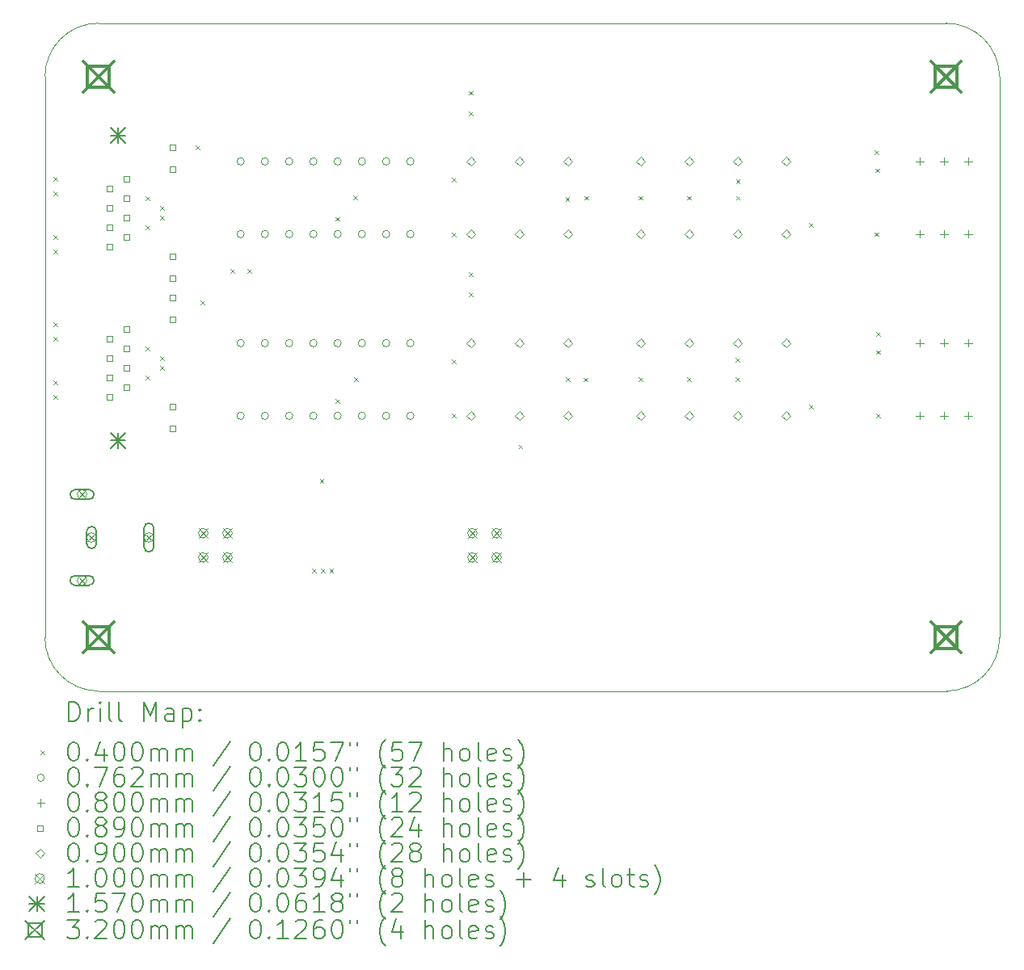
<source format=gbr>
%TF.GenerationSoftware,KiCad,Pcbnew,6.0.9+dfsg-1*%
%TF.CreationDate,2022-12-03T23:11:16+00:00*%
%TF.ProjectId,Token_Ring_MAU,546f6b65-6e5f-4526-996e-675f4d41552e,rev?*%
%TF.SameCoordinates,Original*%
%TF.FileFunction,Drillmap*%
%TF.FilePolarity,Positive*%
%FSLAX45Y45*%
G04 Gerber Fmt 4.5, Leading zero omitted, Abs format (unit mm)*
G04 Created by KiCad (PCBNEW 6.0.9+dfsg-1) date 2022-12-03 23:11:16*
%MOMM*%
%LPD*%
G01*
G04 APERTURE LIST*
%ADD10C,0.100000*%
%ADD11C,0.200000*%
%ADD12C,0.040000*%
%ADD13C,0.076200*%
%ADD14C,0.080000*%
%ADD15C,0.089000*%
%ADD16C,0.090000*%
%ADD17C,0.157000*%
%ADD18C,0.320000*%
G04 APERTURE END LIST*
D10*
X10000000Y-11440000D02*
G75*
G03*
X10560000Y-12000000I560000J0D01*
G01*
X10560000Y-5000000D02*
G75*
G03*
X10000000Y-5560000I0J-560000D01*
G01*
X19450000Y-12000000D02*
G75*
G03*
X20000000Y-11440000I-5000J555000D01*
G01*
X20000000Y-11440000D02*
X20000000Y-5560000D01*
X10000000Y-5560000D02*
X10000000Y-11440000D01*
X20000000Y-5560000D02*
G75*
G03*
X19440000Y-5000000I-560000J0D01*
G01*
X10560000Y-12000000D02*
X19450000Y-12000000D01*
X10560000Y-5000000D02*
X19440000Y-5000000D01*
D11*
D12*
X10086900Y-8135700D02*
X10126900Y-8175700D01*
X10126900Y-8135700D02*
X10086900Y-8175700D01*
X10086900Y-8288100D02*
X10126900Y-8328100D01*
X10126900Y-8288100D02*
X10086900Y-8328100D01*
X10086900Y-8897700D02*
X10126900Y-8937700D01*
X10126900Y-8897700D02*
X10086900Y-8937700D01*
X10089200Y-6611700D02*
X10129200Y-6651700D01*
X10129200Y-6611700D02*
X10089200Y-6651700D01*
X10089200Y-6764100D02*
X10129200Y-6804100D01*
X10129200Y-6764100D02*
X10089200Y-6804100D01*
X10089200Y-7221300D02*
X10129200Y-7261300D01*
X10129200Y-7221300D02*
X10089200Y-7261300D01*
X10089200Y-7373700D02*
X10129200Y-7413700D01*
X10129200Y-7373700D02*
X10089200Y-7413700D01*
X10089200Y-8745300D02*
X10129200Y-8785300D01*
X10129200Y-8745300D02*
X10089200Y-8785300D01*
X11052100Y-8389700D02*
X11092100Y-8429700D01*
X11092100Y-8389700D02*
X11052100Y-8429700D01*
X11054400Y-6812600D02*
X11094400Y-6852600D01*
X11094400Y-6812600D02*
X11054400Y-6852600D01*
X11054400Y-7117400D02*
X11094400Y-7157400D01*
X11094400Y-7117400D02*
X11054400Y-7157400D01*
X11056700Y-8694500D02*
X11096700Y-8734500D01*
X11096700Y-8694500D02*
X11056700Y-8734500D01*
X11206800Y-6914200D02*
X11246800Y-6954200D01*
X11246800Y-6914200D02*
X11206800Y-6954200D01*
X11206800Y-7015800D02*
X11246800Y-7055800D01*
X11246800Y-7015800D02*
X11206800Y-7055800D01*
X11207423Y-8591223D02*
X11247423Y-8631223D01*
X11247423Y-8591223D02*
X11207423Y-8631223D01*
X11209100Y-8489000D02*
X11249100Y-8529000D01*
X11249100Y-8489000D02*
X11209100Y-8529000D01*
X11580000Y-6280000D02*
X11620000Y-6320000D01*
X11620000Y-6280000D02*
X11580000Y-6320000D01*
X11630000Y-7910000D02*
X11670000Y-7950000D01*
X11670000Y-7910000D02*
X11630000Y-7950000D01*
X11943400Y-7574600D02*
X11983400Y-7614600D01*
X11983400Y-7574600D02*
X11943400Y-7614600D01*
X12121200Y-7574600D02*
X12161200Y-7614600D01*
X12161200Y-7574600D02*
X12121200Y-7614600D01*
X12800000Y-10720000D02*
X12840000Y-10760000D01*
X12840000Y-10720000D02*
X12800000Y-10760000D01*
X12880000Y-9780000D02*
X12920000Y-9820000D01*
X12920000Y-9780000D02*
X12880000Y-9820000D01*
X12890000Y-10720000D02*
X12930000Y-10760000D01*
X12930000Y-10720000D02*
X12890000Y-10760000D01*
X12980000Y-10720000D02*
X13020000Y-10760000D01*
X13020000Y-10720000D02*
X12980000Y-10760000D01*
X13043076Y-7030650D02*
X13083076Y-7070650D01*
X13083076Y-7030650D02*
X13043076Y-7070650D01*
X13046000Y-8938850D02*
X13086000Y-8978850D01*
X13086000Y-8938850D02*
X13046000Y-8978850D01*
X13231000Y-6809000D02*
X13271000Y-6849000D01*
X13271000Y-6809000D02*
X13231000Y-6849000D01*
X13236000Y-8714000D02*
X13276000Y-8754000D01*
X13276000Y-8714000D02*
X13236000Y-8754000D01*
X14265200Y-6622800D02*
X14305200Y-6662800D01*
X14305200Y-6622800D02*
X14265200Y-6662800D01*
X14265200Y-7193000D02*
X14305200Y-7233000D01*
X14305200Y-7193000D02*
X14265200Y-7233000D01*
X14265200Y-8524800D02*
X14305200Y-8564800D01*
X14305200Y-8524800D02*
X14265200Y-8564800D01*
X14265200Y-9095000D02*
X14305200Y-9135000D01*
X14305200Y-9095000D02*
X14265200Y-9135000D01*
X14440000Y-5710000D02*
X14480000Y-5750000D01*
X14480000Y-5710000D02*
X14440000Y-5750000D01*
X14440000Y-7610000D02*
X14480000Y-7650000D01*
X14480000Y-7610000D02*
X14440000Y-7650000D01*
X14443000Y-5923600D02*
X14483000Y-5963600D01*
X14483000Y-5923600D02*
X14443000Y-5963600D01*
X14443000Y-7825000D02*
X14483000Y-7865000D01*
X14483000Y-7825000D02*
X14443000Y-7865000D01*
X14962000Y-9418000D02*
X15002000Y-9458000D01*
X15002000Y-9418000D02*
X14962000Y-9458000D01*
X15452007Y-6822007D02*
X15492007Y-6862007D01*
X15492007Y-6822007D02*
X15452007Y-6862007D01*
X15459000Y-8714000D02*
X15499000Y-8754000D01*
X15499000Y-8714000D02*
X15459000Y-8754000D01*
X15645000Y-8715000D02*
X15685000Y-8755000D01*
X15685000Y-8715000D02*
X15645000Y-8755000D01*
X15650000Y-6810000D02*
X15690000Y-6850000D01*
X15690000Y-6810000D02*
X15650000Y-6850000D01*
X16220000Y-6810000D02*
X16260000Y-6850000D01*
X16260000Y-6810000D02*
X16220000Y-6850000D01*
X16221000Y-8714000D02*
X16261000Y-8754000D01*
X16261000Y-8714000D02*
X16221000Y-8754000D01*
X16729000Y-8714000D02*
X16769000Y-8754000D01*
X16769000Y-8714000D02*
X16729000Y-8754000D01*
X16730000Y-6810000D02*
X16770000Y-6850000D01*
X16770000Y-6810000D02*
X16730000Y-6850000D01*
X17237000Y-8510800D02*
X17277000Y-8550800D01*
X17277000Y-8510800D02*
X17237000Y-8550800D01*
X17237000Y-8714000D02*
X17277000Y-8754000D01*
X17277000Y-8714000D02*
X17237000Y-8754000D01*
X17240000Y-6640000D02*
X17280000Y-6680000D01*
X17280000Y-6640000D02*
X17240000Y-6680000D01*
X17240000Y-6810000D02*
X17280000Y-6850000D01*
X17280000Y-6810000D02*
X17240000Y-6850000D01*
X18003000Y-7095000D02*
X18043000Y-7135000D01*
X18043000Y-7095000D02*
X18003000Y-7135000D01*
X18005600Y-9000000D02*
X18045600Y-9040000D01*
X18045600Y-9000000D02*
X18005600Y-9040000D01*
X18690000Y-6330000D02*
X18730000Y-6370000D01*
X18730000Y-6330000D02*
X18690000Y-6370000D01*
X18690000Y-7191350D02*
X18730000Y-7231350D01*
X18730000Y-7191350D02*
X18690000Y-7231350D01*
X18699583Y-6523000D02*
X18739583Y-6563000D01*
X18739583Y-6523000D02*
X18699583Y-6563000D01*
X18710200Y-8238000D02*
X18750200Y-8278000D01*
X18750200Y-8238000D02*
X18710200Y-8278000D01*
X18710200Y-8428000D02*
X18750200Y-8468000D01*
X18750200Y-8428000D02*
X18710200Y-8468000D01*
X18710200Y-9095000D02*
X18750200Y-9135000D01*
X18750200Y-9095000D02*
X18710200Y-9135000D01*
D13*
X12088100Y-6448000D02*
G75*
G03*
X12088100Y-6448000I-38100J0D01*
G01*
X12088100Y-7210000D02*
G75*
G03*
X12088100Y-7210000I-38100J0D01*
G01*
X12088100Y-8353000D02*
G75*
G03*
X12088100Y-8353000I-38100J0D01*
G01*
X12088100Y-9115000D02*
G75*
G03*
X12088100Y-9115000I-38100J0D01*
G01*
X12342100Y-6448000D02*
G75*
G03*
X12342100Y-6448000I-38100J0D01*
G01*
X12342100Y-7210000D02*
G75*
G03*
X12342100Y-7210000I-38100J0D01*
G01*
X12342100Y-8353000D02*
G75*
G03*
X12342100Y-8353000I-38100J0D01*
G01*
X12342100Y-9115000D02*
G75*
G03*
X12342100Y-9115000I-38100J0D01*
G01*
X12596100Y-6448000D02*
G75*
G03*
X12596100Y-6448000I-38100J0D01*
G01*
X12596100Y-7210000D02*
G75*
G03*
X12596100Y-7210000I-38100J0D01*
G01*
X12596100Y-8353000D02*
G75*
G03*
X12596100Y-8353000I-38100J0D01*
G01*
X12596100Y-9115000D02*
G75*
G03*
X12596100Y-9115000I-38100J0D01*
G01*
X12850100Y-6448000D02*
G75*
G03*
X12850100Y-6448000I-38100J0D01*
G01*
X12850100Y-7210000D02*
G75*
G03*
X12850100Y-7210000I-38100J0D01*
G01*
X12850100Y-8353000D02*
G75*
G03*
X12850100Y-8353000I-38100J0D01*
G01*
X12850100Y-9115000D02*
G75*
G03*
X12850100Y-9115000I-38100J0D01*
G01*
X13104100Y-6448000D02*
G75*
G03*
X13104100Y-6448000I-38100J0D01*
G01*
X13104100Y-7210000D02*
G75*
G03*
X13104100Y-7210000I-38100J0D01*
G01*
X13104100Y-8353000D02*
G75*
G03*
X13104100Y-8353000I-38100J0D01*
G01*
X13104100Y-9115000D02*
G75*
G03*
X13104100Y-9115000I-38100J0D01*
G01*
X13358100Y-6448000D02*
G75*
G03*
X13358100Y-6448000I-38100J0D01*
G01*
X13358100Y-7210000D02*
G75*
G03*
X13358100Y-7210000I-38100J0D01*
G01*
X13358100Y-8353000D02*
G75*
G03*
X13358100Y-8353000I-38100J0D01*
G01*
X13358100Y-9115000D02*
G75*
G03*
X13358100Y-9115000I-38100J0D01*
G01*
X13612100Y-6448000D02*
G75*
G03*
X13612100Y-6448000I-38100J0D01*
G01*
X13612100Y-7210000D02*
G75*
G03*
X13612100Y-7210000I-38100J0D01*
G01*
X13612100Y-8353000D02*
G75*
G03*
X13612100Y-8353000I-38100J0D01*
G01*
X13612100Y-9115000D02*
G75*
G03*
X13612100Y-9115000I-38100J0D01*
G01*
X13866100Y-6448000D02*
G75*
G03*
X13866100Y-6448000I-38100J0D01*
G01*
X13866100Y-7210000D02*
G75*
G03*
X13866100Y-7210000I-38100J0D01*
G01*
X13866100Y-8353000D02*
G75*
G03*
X13866100Y-8353000I-38100J0D01*
G01*
X13866100Y-9115000D02*
G75*
G03*
X13866100Y-9115000I-38100J0D01*
G01*
D14*
X19163500Y-6407000D02*
X19163500Y-6487000D01*
X19123500Y-6447000D02*
X19203500Y-6447000D01*
X19163500Y-7169000D02*
X19163500Y-7249000D01*
X19123500Y-7209000D02*
X19203500Y-7209000D01*
X19163500Y-8312000D02*
X19163500Y-8392000D01*
X19123500Y-8352000D02*
X19203500Y-8352000D01*
X19163500Y-9074000D02*
X19163500Y-9154000D01*
X19123500Y-9114000D02*
X19203500Y-9114000D01*
X19417500Y-6407000D02*
X19417500Y-6487000D01*
X19377500Y-6447000D02*
X19457500Y-6447000D01*
X19417500Y-7169000D02*
X19417500Y-7249000D01*
X19377500Y-7209000D02*
X19457500Y-7209000D01*
X19417500Y-8312000D02*
X19417500Y-8392000D01*
X19377500Y-8352000D02*
X19457500Y-8352000D01*
X19417500Y-9074000D02*
X19417500Y-9154000D01*
X19377500Y-9114000D02*
X19457500Y-9114000D01*
X19671500Y-6407000D02*
X19671500Y-6487000D01*
X19631500Y-6447000D02*
X19711500Y-6447000D01*
X19671500Y-7169000D02*
X19671500Y-7249000D01*
X19631500Y-7209000D02*
X19711500Y-7209000D01*
X19671500Y-8312000D02*
X19671500Y-8392000D01*
X19631500Y-8352000D02*
X19711500Y-8352000D01*
X19671500Y-9074000D02*
X19671500Y-9154000D01*
X19631500Y-9114000D02*
X19711500Y-9114000D01*
D15*
X10709667Y-6764567D02*
X10709667Y-6701633D01*
X10646733Y-6701633D01*
X10646733Y-6764567D01*
X10709667Y-6764567D01*
X10709667Y-6967767D02*
X10709667Y-6904833D01*
X10646733Y-6904833D01*
X10646733Y-6967767D01*
X10709667Y-6967767D01*
X10709667Y-7170967D02*
X10709667Y-7108033D01*
X10646733Y-7108033D01*
X10646733Y-7170967D01*
X10709667Y-7170967D01*
X10709667Y-7374167D02*
X10709667Y-7311233D01*
X10646733Y-7311233D01*
X10646733Y-7374167D01*
X10709667Y-7374167D01*
X10709667Y-8339567D02*
X10709667Y-8276633D01*
X10646733Y-8276633D01*
X10646733Y-8339567D01*
X10709667Y-8339567D01*
X10709667Y-8542767D02*
X10709667Y-8479833D01*
X10646733Y-8479833D01*
X10646733Y-8542767D01*
X10709667Y-8542767D01*
X10709667Y-8745967D02*
X10709667Y-8683033D01*
X10646733Y-8683033D01*
X10646733Y-8745967D01*
X10709667Y-8745967D01*
X10709667Y-8949167D02*
X10709667Y-8886233D01*
X10646733Y-8886233D01*
X10646733Y-8949167D01*
X10709667Y-8949167D01*
X10887667Y-6662967D02*
X10887667Y-6600033D01*
X10824733Y-6600033D01*
X10824733Y-6662967D01*
X10887667Y-6662967D01*
X10887667Y-6866167D02*
X10887667Y-6803233D01*
X10824733Y-6803233D01*
X10824733Y-6866167D01*
X10887667Y-6866167D01*
X10887667Y-7069367D02*
X10887667Y-7006433D01*
X10824733Y-7006433D01*
X10824733Y-7069367D01*
X10887667Y-7069367D01*
X10887667Y-7272567D02*
X10887667Y-7209633D01*
X10824733Y-7209633D01*
X10824733Y-7272567D01*
X10887667Y-7272567D01*
X10887667Y-8237967D02*
X10887667Y-8175033D01*
X10824733Y-8175033D01*
X10824733Y-8237967D01*
X10887667Y-8237967D01*
X10887667Y-8441167D02*
X10887667Y-8378233D01*
X10824733Y-8378233D01*
X10824733Y-8441167D01*
X10887667Y-8441167D01*
X10887667Y-8644367D02*
X10887667Y-8581433D01*
X10824733Y-8581433D01*
X10824733Y-8644367D01*
X10887667Y-8644367D01*
X10887667Y-8847567D02*
X10887667Y-8784633D01*
X10824733Y-8784633D01*
X10824733Y-8847567D01*
X10887667Y-8847567D01*
X11369667Y-6332167D02*
X11369667Y-6269233D01*
X11306733Y-6269233D01*
X11306733Y-6332167D01*
X11369667Y-6332167D01*
X11369667Y-6561167D02*
X11369667Y-6498233D01*
X11306733Y-6498233D01*
X11306733Y-6561167D01*
X11369667Y-6561167D01*
X11369667Y-7475167D02*
X11369667Y-7412233D01*
X11306733Y-7412233D01*
X11306733Y-7475167D01*
X11369667Y-7475167D01*
X11369667Y-7704167D02*
X11369667Y-7641233D01*
X11306733Y-7641233D01*
X11306733Y-7704167D01*
X11369667Y-7704167D01*
X11369667Y-7907167D02*
X11369667Y-7844233D01*
X11306733Y-7844233D01*
X11306733Y-7907167D01*
X11369667Y-7907167D01*
X11369667Y-8136167D02*
X11369667Y-8073233D01*
X11306733Y-8073233D01*
X11306733Y-8136167D01*
X11369667Y-8136167D01*
X11369667Y-9050167D02*
X11369667Y-8987233D01*
X11306733Y-8987233D01*
X11306733Y-9050167D01*
X11369667Y-9050167D01*
X11369667Y-9279167D02*
X11369667Y-9216233D01*
X11306733Y-9216233D01*
X11306733Y-9279167D01*
X11369667Y-9279167D01*
D16*
X14463000Y-6493000D02*
X14508000Y-6448000D01*
X14463000Y-6403000D01*
X14418000Y-6448000D01*
X14463000Y-6493000D01*
X14463000Y-7255000D02*
X14508000Y-7210000D01*
X14463000Y-7165000D01*
X14418000Y-7210000D01*
X14463000Y-7255000D01*
X14463000Y-8398000D02*
X14508000Y-8353000D01*
X14463000Y-8308000D01*
X14418000Y-8353000D01*
X14463000Y-8398000D01*
X14463000Y-9160000D02*
X14508000Y-9115000D01*
X14463000Y-9070000D01*
X14418000Y-9115000D01*
X14463000Y-9160000D01*
X14971000Y-6493000D02*
X15016000Y-6448000D01*
X14971000Y-6403000D01*
X14926000Y-6448000D01*
X14971000Y-6493000D01*
X14971000Y-7255000D02*
X15016000Y-7210000D01*
X14971000Y-7165000D01*
X14926000Y-7210000D01*
X14971000Y-7255000D01*
X14971000Y-8398000D02*
X15016000Y-8353000D01*
X14971000Y-8308000D01*
X14926000Y-8353000D01*
X14971000Y-8398000D01*
X14971000Y-9160000D02*
X15016000Y-9115000D01*
X14971000Y-9070000D01*
X14926000Y-9115000D01*
X14971000Y-9160000D01*
X15479000Y-6493000D02*
X15524000Y-6448000D01*
X15479000Y-6403000D01*
X15434000Y-6448000D01*
X15479000Y-6493000D01*
X15479000Y-7255000D02*
X15524000Y-7210000D01*
X15479000Y-7165000D01*
X15434000Y-7210000D01*
X15479000Y-7255000D01*
X15479000Y-8398000D02*
X15524000Y-8353000D01*
X15479000Y-8308000D01*
X15434000Y-8353000D01*
X15479000Y-8398000D01*
X15479000Y-9160000D02*
X15524000Y-9115000D01*
X15479000Y-9070000D01*
X15434000Y-9115000D01*
X15479000Y-9160000D01*
X16241000Y-6493000D02*
X16286000Y-6448000D01*
X16241000Y-6403000D01*
X16196000Y-6448000D01*
X16241000Y-6493000D01*
X16241000Y-7255000D02*
X16286000Y-7210000D01*
X16241000Y-7165000D01*
X16196000Y-7210000D01*
X16241000Y-7255000D01*
X16241000Y-8398000D02*
X16286000Y-8353000D01*
X16241000Y-8308000D01*
X16196000Y-8353000D01*
X16241000Y-8398000D01*
X16241000Y-9160000D02*
X16286000Y-9115000D01*
X16241000Y-9070000D01*
X16196000Y-9115000D01*
X16241000Y-9160000D01*
X16749000Y-6493000D02*
X16794000Y-6448000D01*
X16749000Y-6403000D01*
X16704000Y-6448000D01*
X16749000Y-6493000D01*
X16749000Y-7255000D02*
X16794000Y-7210000D01*
X16749000Y-7165000D01*
X16704000Y-7210000D01*
X16749000Y-7255000D01*
X16749000Y-8398000D02*
X16794000Y-8353000D01*
X16749000Y-8308000D01*
X16704000Y-8353000D01*
X16749000Y-8398000D01*
X16749000Y-9160000D02*
X16794000Y-9115000D01*
X16749000Y-9070000D01*
X16704000Y-9115000D01*
X16749000Y-9160000D01*
X17257000Y-6493000D02*
X17302000Y-6448000D01*
X17257000Y-6403000D01*
X17212000Y-6448000D01*
X17257000Y-6493000D01*
X17257000Y-7255000D02*
X17302000Y-7210000D01*
X17257000Y-7165000D01*
X17212000Y-7210000D01*
X17257000Y-7255000D01*
X17257000Y-8398000D02*
X17302000Y-8353000D01*
X17257000Y-8308000D01*
X17212000Y-8353000D01*
X17257000Y-8398000D01*
X17257000Y-9160000D02*
X17302000Y-9115000D01*
X17257000Y-9070000D01*
X17212000Y-9115000D01*
X17257000Y-9160000D01*
X17765000Y-6493000D02*
X17810000Y-6448000D01*
X17765000Y-6403000D01*
X17720000Y-6448000D01*
X17765000Y-6493000D01*
X17765000Y-7255000D02*
X17810000Y-7210000D01*
X17765000Y-7165000D01*
X17720000Y-7210000D01*
X17765000Y-7255000D01*
X17765000Y-8398000D02*
X17810000Y-8353000D01*
X17765000Y-8308000D01*
X17720000Y-8353000D01*
X17765000Y-8398000D01*
X17765000Y-9160000D02*
X17810000Y-9115000D01*
X17765000Y-9070000D01*
X17720000Y-9115000D01*
X17765000Y-9160000D01*
D10*
X10338700Y-9890900D02*
X10438700Y-9990900D01*
X10438700Y-9890900D02*
X10338700Y-9990900D01*
X10438700Y-9940900D02*
G75*
G03*
X10438700Y-9940900I-50000J0D01*
G01*
D11*
X10463700Y-9890900D02*
X10313700Y-9890900D01*
X10463700Y-9990900D02*
X10313700Y-9990900D01*
X10313700Y-9890900D02*
G75*
G03*
X10313700Y-9990900I0J-50000D01*
G01*
X10463700Y-9990900D02*
G75*
G03*
X10463700Y-9890900I0J50000D01*
G01*
D10*
X10338700Y-10790900D02*
X10438700Y-10890900D01*
X10438700Y-10790900D02*
X10338700Y-10890900D01*
X10438700Y-10840900D02*
G75*
G03*
X10438700Y-10840900I-50000J0D01*
G01*
D11*
X10463700Y-10790900D02*
X10313700Y-10790900D01*
X10463700Y-10890900D02*
X10313700Y-10890900D01*
X10313700Y-10790900D02*
G75*
G03*
X10313700Y-10890900I0J-50000D01*
G01*
X10463700Y-10890900D02*
G75*
G03*
X10463700Y-10790900I0J50000D01*
G01*
D10*
X10438700Y-10340900D02*
X10538700Y-10440900D01*
X10538700Y-10340900D02*
X10438700Y-10440900D01*
X10538700Y-10390900D02*
G75*
G03*
X10538700Y-10390900I-50000J0D01*
G01*
D11*
X10438700Y-10325900D02*
X10438700Y-10455900D01*
X10538700Y-10325900D02*
X10538700Y-10455900D01*
X10438700Y-10455900D02*
G75*
G03*
X10538700Y-10455900I50000J0D01*
G01*
X10538700Y-10325900D02*
G75*
G03*
X10438700Y-10325900I-50000J0D01*
G01*
D10*
X11038700Y-10340900D02*
X11138700Y-10440900D01*
X11138700Y-10340900D02*
X11038700Y-10440900D01*
X11138700Y-10390900D02*
G75*
G03*
X11138700Y-10390900I-50000J0D01*
G01*
D11*
X11038700Y-10290900D02*
X11038700Y-10490900D01*
X11138700Y-10290900D02*
X11138700Y-10490900D01*
X11038700Y-10490900D02*
G75*
G03*
X11138700Y-10490900I50000J0D01*
G01*
X11138700Y-10290900D02*
G75*
G03*
X11038700Y-10290900I-50000J0D01*
G01*
D10*
X11608100Y-10296000D02*
X11708100Y-10396000D01*
X11708100Y-10296000D02*
X11608100Y-10396000D01*
X11708100Y-10346000D02*
G75*
G03*
X11708100Y-10346000I-50000J0D01*
G01*
X11608100Y-10550000D02*
X11708100Y-10650000D01*
X11708100Y-10550000D02*
X11608100Y-10650000D01*
X11708100Y-10600000D02*
G75*
G03*
X11708100Y-10600000I-50000J0D01*
G01*
X11862100Y-10296000D02*
X11962100Y-10396000D01*
X11962100Y-10296000D02*
X11862100Y-10396000D01*
X11962100Y-10346000D02*
G75*
G03*
X11962100Y-10346000I-50000J0D01*
G01*
X11862100Y-10550000D02*
X11962100Y-10650000D01*
X11962100Y-10550000D02*
X11862100Y-10650000D01*
X11962100Y-10600000D02*
G75*
G03*
X11962100Y-10600000I-50000J0D01*
G01*
X14428000Y-10296000D02*
X14528000Y-10396000D01*
X14528000Y-10296000D02*
X14428000Y-10396000D01*
X14528000Y-10346000D02*
G75*
G03*
X14528000Y-10346000I-50000J0D01*
G01*
X14428000Y-10550000D02*
X14528000Y-10650000D01*
X14528000Y-10550000D02*
X14428000Y-10650000D01*
X14528000Y-10600000D02*
G75*
G03*
X14528000Y-10600000I-50000J0D01*
G01*
X14682000Y-10296000D02*
X14782000Y-10396000D01*
X14782000Y-10296000D02*
X14682000Y-10396000D01*
X14782000Y-10346000D02*
G75*
G03*
X14782000Y-10346000I-50000J0D01*
G01*
X14682000Y-10550000D02*
X14782000Y-10650000D01*
X14782000Y-10550000D02*
X14682000Y-10650000D01*
X14782000Y-10600000D02*
G75*
G03*
X14782000Y-10600000I-50000J0D01*
G01*
D17*
X10688700Y-6096200D02*
X10845700Y-6253200D01*
X10845700Y-6096200D02*
X10688700Y-6253200D01*
X10767200Y-6096200D02*
X10767200Y-6253200D01*
X10688700Y-6174700D02*
X10845700Y-6174700D01*
X10688700Y-9296200D02*
X10845700Y-9453200D01*
X10845700Y-9296200D02*
X10688700Y-9453200D01*
X10767200Y-9296200D02*
X10767200Y-9453200D01*
X10688700Y-9374700D02*
X10845700Y-9374700D01*
D18*
X10400000Y-5400000D02*
X10720000Y-5720000D01*
X10720000Y-5400000D02*
X10400000Y-5720000D01*
X10673138Y-5673138D02*
X10673138Y-5446862D01*
X10446862Y-5446862D01*
X10446862Y-5673138D01*
X10673138Y-5673138D01*
X10400000Y-11280000D02*
X10720000Y-11600000D01*
X10720000Y-11280000D02*
X10400000Y-11600000D01*
X10673138Y-11553138D02*
X10673138Y-11326862D01*
X10446862Y-11326862D01*
X10446862Y-11553138D01*
X10673138Y-11553138D01*
X19280000Y-5400000D02*
X19600000Y-5720000D01*
X19600000Y-5400000D02*
X19280000Y-5720000D01*
X19553138Y-5673138D02*
X19553138Y-5446862D01*
X19326862Y-5446862D01*
X19326862Y-5673138D01*
X19553138Y-5673138D01*
X19280000Y-11280000D02*
X19600000Y-11600000D01*
X19600000Y-11280000D02*
X19280000Y-11600000D01*
X19553138Y-11553138D02*
X19553138Y-11326862D01*
X19326862Y-11326862D01*
X19326862Y-11553138D01*
X19553138Y-11553138D01*
D11*
X10252619Y-12315476D02*
X10252619Y-12115476D01*
X10300238Y-12115476D01*
X10328810Y-12125000D01*
X10347857Y-12144048D01*
X10357381Y-12163095D01*
X10366905Y-12201190D01*
X10366905Y-12229762D01*
X10357381Y-12267857D01*
X10347857Y-12286905D01*
X10328810Y-12305952D01*
X10300238Y-12315476D01*
X10252619Y-12315476D01*
X10452619Y-12315476D02*
X10452619Y-12182143D01*
X10452619Y-12220238D02*
X10462143Y-12201190D01*
X10471667Y-12191667D01*
X10490714Y-12182143D01*
X10509762Y-12182143D01*
X10576429Y-12315476D02*
X10576429Y-12182143D01*
X10576429Y-12115476D02*
X10566905Y-12125000D01*
X10576429Y-12134524D01*
X10585952Y-12125000D01*
X10576429Y-12115476D01*
X10576429Y-12134524D01*
X10700238Y-12315476D02*
X10681190Y-12305952D01*
X10671667Y-12286905D01*
X10671667Y-12115476D01*
X10805000Y-12315476D02*
X10785952Y-12305952D01*
X10776429Y-12286905D01*
X10776429Y-12115476D01*
X11033571Y-12315476D02*
X11033571Y-12115476D01*
X11100238Y-12258333D01*
X11166905Y-12115476D01*
X11166905Y-12315476D01*
X11347857Y-12315476D02*
X11347857Y-12210714D01*
X11338333Y-12191667D01*
X11319286Y-12182143D01*
X11281190Y-12182143D01*
X11262143Y-12191667D01*
X11347857Y-12305952D02*
X11328809Y-12315476D01*
X11281190Y-12315476D01*
X11262143Y-12305952D01*
X11252619Y-12286905D01*
X11252619Y-12267857D01*
X11262143Y-12248809D01*
X11281190Y-12239286D01*
X11328809Y-12239286D01*
X11347857Y-12229762D01*
X11443095Y-12182143D02*
X11443095Y-12382143D01*
X11443095Y-12191667D02*
X11462143Y-12182143D01*
X11500238Y-12182143D01*
X11519286Y-12191667D01*
X11528809Y-12201190D01*
X11538333Y-12220238D01*
X11538333Y-12277381D01*
X11528809Y-12296428D01*
X11519286Y-12305952D01*
X11500238Y-12315476D01*
X11462143Y-12315476D01*
X11443095Y-12305952D01*
X11624048Y-12296428D02*
X11633571Y-12305952D01*
X11624048Y-12315476D01*
X11614524Y-12305952D01*
X11624048Y-12296428D01*
X11624048Y-12315476D01*
X11624048Y-12191667D02*
X11633571Y-12201190D01*
X11624048Y-12210714D01*
X11614524Y-12201190D01*
X11624048Y-12191667D01*
X11624048Y-12210714D01*
D12*
X9955000Y-12625000D02*
X9995000Y-12665000D01*
X9995000Y-12625000D02*
X9955000Y-12665000D01*
D11*
X10290714Y-12535476D02*
X10309762Y-12535476D01*
X10328810Y-12545000D01*
X10338333Y-12554524D01*
X10347857Y-12573571D01*
X10357381Y-12611667D01*
X10357381Y-12659286D01*
X10347857Y-12697381D01*
X10338333Y-12716428D01*
X10328810Y-12725952D01*
X10309762Y-12735476D01*
X10290714Y-12735476D01*
X10271667Y-12725952D01*
X10262143Y-12716428D01*
X10252619Y-12697381D01*
X10243095Y-12659286D01*
X10243095Y-12611667D01*
X10252619Y-12573571D01*
X10262143Y-12554524D01*
X10271667Y-12545000D01*
X10290714Y-12535476D01*
X10443095Y-12716428D02*
X10452619Y-12725952D01*
X10443095Y-12735476D01*
X10433571Y-12725952D01*
X10443095Y-12716428D01*
X10443095Y-12735476D01*
X10624048Y-12602143D02*
X10624048Y-12735476D01*
X10576429Y-12525952D02*
X10528810Y-12668809D01*
X10652619Y-12668809D01*
X10766905Y-12535476D02*
X10785952Y-12535476D01*
X10805000Y-12545000D01*
X10814524Y-12554524D01*
X10824048Y-12573571D01*
X10833571Y-12611667D01*
X10833571Y-12659286D01*
X10824048Y-12697381D01*
X10814524Y-12716428D01*
X10805000Y-12725952D01*
X10785952Y-12735476D01*
X10766905Y-12735476D01*
X10747857Y-12725952D01*
X10738333Y-12716428D01*
X10728810Y-12697381D01*
X10719286Y-12659286D01*
X10719286Y-12611667D01*
X10728810Y-12573571D01*
X10738333Y-12554524D01*
X10747857Y-12545000D01*
X10766905Y-12535476D01*
X10957381Y-12535476D02*
X10976429Y-12535476D01*
X10995476Y-12545000D01*
X11005000Y-12554524D01*
X11014524Y-12573571D01*
X11024048Y-12611667D01*
X11024048Y-12659286D01*
X11014524Y-12697381D01*
X11005000Y-12716428D01*
X10995476Y-12725952D01*
X10976429Y-12735476D01*
X10957381Y-12735476D01*
X10938333Y-12725952D01*
X10928810Y-12716428D01*
X10919286Y-12697381D01*
X10909762Y-12659286D01*
X10909762Y-12611667D01*
X10919286Y-12573571D01*
X10928810Y-12554524D01*
X10938333Y-12545000D01*
X10957381Y-12535476D01*
X11109762Y-12735476D02*
X11109762Y-12602143D01*
X11109762Y-12621190D02*
X11119286Y-12611667D01*
X11138333Y-12602143D01*
X11166905Y-12602143D01*
X11185952Y-12611667D01*
X11195476Y-12630714D01*
X11195476Y-12735476D01*
X11195476Y-12630714D02*
X11205000Y-12611667D01*
X11224048Y-12602143D01*
X11252619Y-12602143D01*
X11271667Y-12611667D01*
X11281190Y-12630714D01*
X11281190Y-12735476D01*
X11376428Y-12735476D02*
X11376428Y-12602143D01*
X11376428Y-12621190D02*
X11385952Y-12611667D01*
X11405000Y-12602143D01*
X11433571Y-12602143D01*
X11452619Y-12611667D01*
X11462143Y-12630714D01*
X11462143Y-12735476D01*
X11462143Y-12630714D02*
X11471667Y-12611667D01*
X11490714Y-12602143D01*
X11519286Y-12602143D01*
X11538333Y-12611667D01*
X11547857Y-12630714D01*
X11547857Y-12735476D01*
X11938333Y-12525952D02*
X11766905Y-12783095D01*
X12195476Y-12535476D02*
X12214524Y-12535476D01*
X12233571Y-12545000D01*
X12243095Y-12554524D01*
X12252619Y-12573571D01*
X12262143Y-12611667D01*
X12262143Y-12659286D01*
X12252619Y-12697381D01*
X12243095Y-12716428D01*
X12233571Y-12725952D01*
X12214524Y-12735476D01*
X12195476Y-12735476D01*
X12176428Y-12725952D01*
X12166905Y-12716428D01*
X12157381Y-12697381D01*
X12147857Y-12659286D01*
X12147857Y-12611667D01*
X12157381Y-12573571D01*
X12166905Y-12554524D01*
X12176428Y-12545000D01*
X12195476Y-12535476D01*
X12347857Y-12716428D02*
X12357381Y-12725952D01*
X12347857Y-12735476D01*
X12338333Y-12725952D01*
X12347857Y-12716428D01*
X12347857Y-12735476D01*
X12481190Y-12535476D02*
X12500238Y-12535476D01*
X12519286Y-12545000D01*
X12528809Y-12554524D01*
X12538333Y-12573571D01*
X12547857Y-12611667D01*
X12547857Y-12659286D01*
X12538333Y-12697381D01*
X12528809Y-12716428D01*
X12519286Y-12725952D01*
X12500238Y-12735476D01*
X12481190Y-12735476D01*
X12462143Y-12725952D01*
X12452619Y-12716428D01*
X12443095Y-12697381D01*
X12433571Y-12659286D01*
X12433571Y-12611667D01*
X12443095Y-12573571D01*
X12452619Y-12554524D01*
X12462143Y-12545000D01*
X12481190Y-12535476D01*
X12738333Y-12735476D02*
X12624048Y-12735476D01*
X12681190Y-12735476D02*
X12681190Y-12535476D01*
X12662143Y-12564048D01*
X12643095Y-12583095D01*
X12624048Y-12592619D01*
X12919286Y-12535476D02*
X12824048Y-12535476D01*
X12814524Y-12630714D01*
X12824048Y-12621190D01*
X12843095Y-12611667D01*
X12890714Y-12611667D01*
X12909762Y-12621190D01*
X12919286Y-12630714D01*
X12928809Y-12649762D01*
X12928809Y-12697381D01*
X12919286Y-12716428D01*
X12909762Y-12725952D01*
X12890714Y-12735476D01*
X12843095Y-12735476D01*
X12824048Y-12725952D01*
X12814524Y-12716428D01*
X12995476Y-12535476D02*
X13128809Y-12535476D01*
X13043095Y-12735476D01*
X13195476Y-12535476D02*
X13195476Y-12573571D01*
X13271667Y-12535476D02*
X13271667Y-12573571D01*
X13566905Y-12811667D02*
X13557381Y-12802143D01*
X13538333Y-12773571D01*
X13528809Y-12754524D01*
X13519286Y-12725952D01*
X13509762Y-12678333D01*
X13509762Y-12640238D01*
X13519286Y-12592619D01*
X13528809Y-12564048D01*
X13538333Y-12545000D01*
X13557381Y-12516428D01*
X13566905Y-12506905D01*
X13738333Y-12535476D02*
X13643095Y-12535476D01*
X13633571Y-12630714D01*
X13643095Y-12621190D01*
X13662143Y-12611667D01*
X13709762Y-12611667D01*
X13728809Y-12621190D01*
X13738333Y-12630714D01*
X13747857Y-12649762D01*
X13747857Y-12697381D01*
X13738333Y-12716428D01*
X13728809Y-12725952D01*
X13709762Y-12735476D01*
X13662143Y-12735476D01*
X13643095Y-12725952D01*
X13633571Y-12716428D01*
X13814524Y-12535476D02*
X13947857Y-12535476D01*
X13862143Y-12735476D01*
X14176428Y-12735476D02*
X14176428Y-12535476D01*
X14262143Y-12735476D02*
X14262143Y-12630714D01*
X14252619Y-12611667D01*
X14233571Y-12602143D01*
X14205000Y-12602143D01*
X14185952Y-12611667D01*
X14176428Y-12621190D01*
X14385952Y-12735476D02*
X14366905Y-12725952D01*
X14357381Y-12716428D01*
X14347857Y-12697381D01*
X14347857Y-12640238D01*
X14357381Y-12621190D01*
X14366905Y-12611667D01*
X14385952Y-12602143D01*
X14414524Y-12602143D01*
X14433571Y-12611667D01*
X14443095Y-12621190D01*
X14452619Y-12640238D01*
X14452619Y-12697381D01*
X14443095Y-12716428D01*
X14433571Y-12725952D01*
X14414524Y-12735476D01*
X14385952Y-12735476D01*
X14566905Y-12735476D02*
X14547857Y-12725952D01*
X14538333Y-12706905D01*
X14538333Y-12535476D01*
X14719286Y-12725952D02*
X14700238Y-12735476D01*
X14662143Y-12735476D01*
X14643095Y-12725952D01*
X14633571Y-12706905D01*
X14633571Y-12630714D01*
X14643095Y-12611667D01*
X14662143Y-12602143D01*
X14700238Y-12602143D01*
X14719286Y-12611667D01*
X14728809Y-12630714D01*
X14728809Y-12649762D01*
X14633571Y-12668809D01*
X14805000Y-12725952D02*
X14824048Y-12735476D01*
X14862143Y-12735476D01*
X14881190Y-12725952D01*
X14890714Y-12706905D01*
X14890714Y-12697381D01*
X14881190Y-12678333D01*
X14862143Y-12668809D01*
X14833571Y-12668809D01*
X14814524Y-12659286D01*
X14805000Y-12640238D01*
X14805000Y-12630714D01*
X14814524Y-12611667D01*
X14833571Y-12602143D01*
X14862143Y-12602143D01*
X14881190Y-12611667D01*
X14957381Y-12811667D02*
X14966905Y-12802143D01*
X14985952Y-12773571D01*
X14995476Y-12754524D01*
X15005000Y-12725952D01*
X15014524Y-12678333D01*
X15014524Y-12640238D01*
X15005000Y-12592619D01*
X14995476Y-12564048D01*
X14985952Y-12545000D01*
X14966905Y-12516428D01*
X14957381Y-12506905D01*
D13*
X9995000Y-12909000D02*
G75*
G03*
X9995000Y-12909000I-38100J0D01*
G01*
D11*
X10290714Y-12799476D02*
X10309762Y-12799476D01*
X10328810Y-12809000D01*
X10338333Y-12818524D01*
X10347857Y-12837571D01*
X10357381Y-12875667D01*
X10357381Y-12923286D01*
X10347857Y-12961381D01*
X10338333Y-12980428D01*
X10328810Y-12989952D01*
X10309762Y-12999476D01*
X10290714Y-12999476D01*
X10271667Y-12989952D01*
X10262143Y-12980428D01*
X10252619Y-12961381D01*
X10243095Y-12923286D01*
X10243095Y-12875667D01*
X10252619Y-12837571D01*
X10262143Y-12818524D01*
X10271667Y-12809000D01*
X10290714Y-12799476D01*
X10443095Y-12980428D02*
X10452619Y-12989952D01*
X10443095Y-12999476D01*
X10433571Y-12989952D01*
X10443095Y-12980428D01*
X10443095Y-12999476D01*
X10519286Y-12799476D02*
X10652619Y-12799476D01*
X10566905Y-12999476D01*
X10814524Y-12799476D02*
X10776429Y-12799476D01*
X10757381Y-12809000D01*
X10747857Y-12818524D01*
X10728810Y-12847095D01*
X10719286Y-12885190D01*
X10719286Y-12961381D01*
X10728810Y-12980428D01*
X10738333Y-12989952D01*
X10757381Y-12999476D01*
X10795476Y-12999476D01*
X10814524Y-12989952D01*
X10824048Y-12980428D01*
X10833571Y-12961381D01*
X10833571Y-12913762D01*
X10824048Y-12894714D01*
X10814524Y-12885190D01*
X10795476Y-12875667D01*
X10757381Y-12875667D01*
X10738333Y-12885190D01*
X10728810Y-12894714D01*
X10719286Y-12913762D01*
X10909762Y-12818524D02*
X10919286Y-12809000D01*
X10938333Y-12799476D01*
X10985952Y-12799476D01*
X11005000Y-12809000D01*
X11014524Y-12818524D01*
X11024048Y-12837571D01*
X11024048Y-12856619D01*
X11014524Y-12885190D01*
X10900238Y-12999476D01*
X11024048Y-12999476D01*
X11109762Y-12999476D02*
X11109762Y-12866143D01*
X11109762Y-12885190D02*
X11119286Y-12875667D01*
X11138333Y-12866143D01*
X11166905Y-12866143D01*
X11185952Y-12875667D01*
X11195476Y-12894714D01*
X11195476Y-12999476D01*
X11195476Y-12894714D02*
X11205000Y-12875667D01*
X11224048Y-12866143D01*
X11252619Y-12866143D01*
X11271667Y-12875667D01*
X11281190Y-12894714D01*
X11281190Y-12999476D01*
X11376428Y-12999476D02*
X11376428Y-12866143D01*
X11376428Y-12885190D02*
X11385952Y-12875667D01*
X11405000Y-12866143D01*
X11433571Y-12866143D01*
X11452619Y-12875667D01*
X11462143Y-12894714D01*
X11462143Y-12999476D01*
X11462143Y-12894714D02*
X11471667Y-12875667D01*
X11490714Y-12866143D01*
X11519286Y-12866143D01*
X11538333Y-12875667D01*
X11547857Y-12894714D01*
X11547857Y-12999476D01*
X11938333Y-12789952D02*
X11766905Y-13047095D01*
X12195476Y-12799476D02*
X12214524Y-12799476D01*
X12233571Y-12809000D01*
X12243095Y-12818524D01*
X12252619Y-12837571D01*
X12262143Y-12875667D01*
X12262143Y-12923286D01*
X12252619Y-12961381D01*
X12243095Y-12980428D01*
X12233571Y-12989952D01*
X12214524Y-12999476D01*
X12195476Y-12999476D01*
X12176428Y-12989952D01*
X12166905Y-12980428D01*
X12157381Y-12961381D01*
X12147857Y-12923286D01*
X12147857Y-12875667D01*
X12157381Y-12837571D01*
X12166905Y-12818524D01*
X12176428Y-12809000D01*
X12195476Y-12799476D01*
X12347857Y-12980428D02*
X12357381Y-12989952D01*
X12347857Y-12999476D01*
X12338333Y-12989952D01*
X12347857Y-12980428D01*
X12347857Y-12999476D01*
X12481190Y-12799476D02*
X12500238Y-12799476D01*
X12519286Y-12809000D01*
X12528809Y-12818524D01*
X12538333Y-12837571D01*
X12547857Y-12875667D01*
X12547857Y-12923286D01*
X12538333Y-12961381D01*
X12528809Y-12980428D01*
X12519286Y-12989952D01*
X12500238Y-12999476D01*
X12481190Y-12999476D01*
X12462143Y-12989952D01*
X12452619Y-12980428D01*
X12443095Y-12961381D01*
X12433571Y-12923286D01*
X12433571Y-12875667D01*
X12443095Y-12837571D01*
X12452619Y-12818524D01*
X12462143Y-12809000D01*
X12481190Y-12799476D01*
X12614524Y-12799476D02*
X12738333Y-12799476D01*
X12671667Y-12875667D01*
X12700238Y-12875667D01*
X12719286Y-12885190D01*
X12728809Y-12894714D01*
X12738333Y-12913762D01*
X12738333Y-12961381D01*
X12728809Y-12980428D01*
X12719286Y-12989952D01*
X12700238Y-12999476D01*
X12643095Y-12999476D01*
X12624048Y-12989952D01*
X12614524Y-12980428D01*
X12862143Y-12799476D02*
X12881190Y-12799476D01*
X12900238Y-12809000D01*
X12909762Y-12818524D01*
X12919286Y-12837571D01*
X12928809Y-12875667D01*
X12928809Y-12923286D01*
X12919286Y-12961381D01*
X12909762Y-12980428D01*
X12900238Y-12989952D01*
X12881190Y-12999476D01*
X12862143Y-12999476D01*
X12843095Y-12989952D01*
X12833571Y-12980428D01*
X12824048Y-12961381D01*
X12814524Y-12923286D01*
X12814524Y-12875667D01*
X12824048Y-12837571D01*
X12833571Y-12818524D01*
X12843095Y-12809000D01*
X12862143Y-12799476D01*
X13052619Y-12799476D02*
X13071667Y-12799476D01*
X13090714Y-12809000D01*
X13100238Y-12818524D01*
X13109762Y-12837571D01*
X13119286Y-12875667D01*
X13119286Y-12923286D01*
X13109762Y-12961381D01*
X13100238Y-12980428D01*
X13090714Y-12989952D01*
X13071667Y-12999476D01*
X13052619Y-12999476D01*
X13033571Y-12989952D01*
X13024048Y-12980428D01*
X13014524Y-12961381D01*
X13005000Y-12923286D01*
X13005000Y-12875667D01*
X13014524Y-12837571D01*
X13024048Y-12818524D01*
X13033571Y-12809000D01*
X13052619Y-12799476D01*
X13195476Y-12799476D02*
X13195476Y-12837571D01*
X13271667Y-12799476D02*
X13271667Y-12837571D01*
X13566905Y-13075667D02*
X13557381Y-13066143D01*
X13538333Y-13037571D01*
X13528809Y-13018524D01*
X13519286Y-12989952D01*
X13509762Y-12942333D01*
X13509762Y-12904238D01*
X13519286Y-12856619D01*
X13528809Y-12828048D01*
X13538333Y-12809000D01*
X13557381Y-12780428D01*
X13566905Y-12770905D01*
X13624048Y-12799476D02*
X13747857Y-12799476D01*
X13681190Y-12875667D01*
X13709762Y-12875667D01*
X13728809Y-12885190D01*
X13738333Y-12894714D01*
X13747857Y-12913762D01*
X13747857Y-12961381D01*
X13738333Y-12980428D01*
X13728809Y-12989952D01*
X13709762Y-12999476D01*
X13652619Y-12999476D01*
X13633571Y-12989952D01*
X13624048Y-12980428D01*
X13824048Y-12818524D02*
X13833571Y-12809000D01*
X13852619Y-12799476D01*
X13900238Y-12799476D01*
X13919286Y-12809000D01*
X13928809Y-12818524D01*
X13938333Y-12837571D01*
X13938333Y-12856619D01*
X13928809Y-12885190D01*
X13814524Y-12999476D01*
X13938333Y-12999476D01*
X14176428Y-12999476D02*
X14176428Y-12799476D01*
X14262143Y-12999476D02*
X14262143Y-12894714D01*
X14252619Y-12875667D01*
X14233571Y-12866143D01*
X14205000Y-12866143D01*
X14185952Y-12875667D01*
X14176428Y-12885190D01*
X14385952Y-12999476D02*
X14366905Y-12989952D01*
X14357381Y-12980428D01*
X14347857Y-12961381D01*
X14347857Y-12904238D01*
X14357381Y-12885190D01*
X14366905Y-12875667D01*
X14385952Y-12866143D01*
X14414524Y-12866143D01*
X14433571Y-12875667D01*
X14443095Y-12885190D01*
X14452619Y-12904238D01*
X14452619Y-12961381D01*
X14443095Y-12980428D01*
X14433571Y-12989952D01*
X14414524Y-12999476D01*
X14385952Y-12999476D01*
X14566905Y-12999476D02*
X14547857Y-12989952D01*
X14538333Y-12970905D01*
X14538333Y-12799476D01*
X14719286Y-12989952D02*
X14700238Y-12999476D01*
X14662143Y-12999476D01*
X14643095Y-12989952D01*
X14633571Y-12970905D01*
X14633571Y-12894714D01*
X14643095Y-12875667D01*
X14662143Y-12866143D01*
X14700238Y-12866143D01*
X14719286Y-12875667D01*
X14728809Y-12894714D01*
X14728809Y-12913762D01*
X14633571Y-12932809D01*
X14805000Y-12989952D02*
X14824048Y-12999476D01*
X14862143Y-12999476D01*
X14881190Y-12989952D01*
X14890714Y-12970905D01*
X14890714Y-12961381D01*
X14881190Y-12942333D01*
X14862143Y-12932809D01*
X14833571Y-12932809D01*
X14814524Y-12923286D01*
X14805000Y-12904238D01*
X14805000Y-12894714D01*
X14814524Y-12875667D01*
X14833571Y-12866143D01*
X14862143Y-12866143D01*
X14881190Y-12875667D01*
X14957381Y-13075667D02*
X14966905Y-13066143D01*
X14985952Y-13037571D01*
X14995476Y-13018524D01*
X15005000Y-12989952D01*
X15014524Y-12942333D01*
X15014524Y-12904238D01*
X15005000Y-12856619D01*
X14995476Y-12828048D01*
X14985952Y-12809000D01*
X14966905Y-12780428D01*
X14957381Y-12770905D01*
D14*
X9955000Y-13133000D02*
X9955000Y-13213000D01*
X9915000Y-13173000D02*
X9995000Y-13173000D01*
D11*
X10290714Y-13063476D02*
X10309762Y-13063476D01*
X10328810Y-13073000D01*
X10338333Y-13082524D01*
X10347857Y-13101571D01*
X10357381Y-13139667D01*
X10357381Y-13187286D01*
X10347857Y-13225381D01*
X10338333Y-13244428D01*
X10328810Y-13253952D01*
X10309762Y-13263476D01*
X10290714Y-13263476D01*
X10271667Y-13253952D01*
X10262143Y-13244428D01*
X10252619Y-13225381D01*
X10243095Y-13187286D01*
X10243095Y-13139667D01*
X10252619Y-13101571D01*
X10262143Y-13082524D01*
X10271667Y-13073000D01*
X10290714Y-13063476D01*
X10443095Y-13244428D02*
X10452619Y-13253952D01*
X10443095Y-13263476D01*
X10433571Y-13253952D01*
X10443095Y-13244428D01*
X10443095Y-13263476D01*
X10566905Y-13149190D02*
X10547857Y-13139667D01*
X10538333Y-13130143D01*
X10528810Y-13111095D01*
X10528810Y-13101571D01*
X10538333Y-13082524D01*
X10547857Y-13073000D01*
X10566905Y-13063476D01*
X10605000Y-13063476D01*
X10624048Y-13073000D01*
X10633571Y-13082524D01*
X10643095Y-13101571D01*
X10643095Y-13111095D01*
X10633571Y-13130143D01*
X10624048Y-13139667D01*
X10605000Y-13149190D01*
X10566905Y-13149190D01*
X10547857Y-13158714D01*
X10538333Y-13168238D01*
X10528810Y-13187286D01*
X10528810Y-13225381D01*
X10538333Y-13244428D01*
X10547857Y-13253952D01*
X10566905Y-13263476D01*
X10605000Y-13263476D01*
X10624048Y-13253952D01*
X10633571Y-13244428D01*
X10643095Y-13225381D01*
X10643095Y-13187286D01*
X10633571Y-13168238D01*
X10624048Y-13158714D01*
X10605000Y-13149190D01*
X10766905Y-13063476D02*
X10785952Y-13063476D01*
X10805000Y-13073000D01*
X10814524Y-13082524D01*
X10824048Y-13101571D01*
X10833571Y-13139667D01*
X10833571Y-13187286D01*
X10824048Y-13225381D01*
X10814524Y-13244428D01*
X10805000Y-13253952D01*
X10785952Y-13263476D01*
X10766905Y-13263476D01*
X10747857Y-13253952D01*
X10738333Y-13244428D01*
X10728810Y-13225381D01*
X10719286Y-13187286D01*
X10719286Y-13139667D01*
X10728810Y-13101571D01*
X10738333Y-13082524D01*
X10747857Y-13073000D01*
X10766905Y-13063476D01*
X10957381Y-13063476D02*
X10976429Y-13063476D01*
X10995476Y-13073000D01*
X11005000Y-13082524D01*
X11014524Y-13101571D01*
X11024048Y-13139667D01*
X11024048Y-13187286D01*
X11014524Y-13225381D01*
X11005000Y-13244428D01*
X10995476Y-13253952D01*
X10976429Y-13263476D01*
X10957381Y-13263476D01*
X10938333Y-13253952D01*
X10928810Y-13244428D01*
X10919286Y-13225381D01*
X10909762Y-13187286D01*
X10909762Y-13139667D01*
X10919286Y-13101571D01*
X10928810Y-13082524D01*
X10938333Y-13073000D01*
X10957381Y-13063476D01*
X11109762Y-13263476D02*
X11109762Y-13130143D01*
X11109762Y-13149190D02*
X11119286Y-13139667D01*
X11138333Y-13130143D01*
X11166905Y-13130143D01*
X11185952Y-13139667D01*
X11195476Y-13158714D01*
X11195476Y-13263476D01*
X11195476Y-13158714D02*
X11205000Y-13139667D01*
X11224048Y-13130143D01*
X11252619Y-13130143D01*
X11271667Y-13139667D01*
X11281190Y-13158714D01*
X11281190Y-13263476D01*
X11376428Y-13263476D02*
X11376428Y-13130143D01*
X11376428Y-13149190D02*
X11385952Y-13139667D01*
X11405000Y-13130143D01*
X11433571Y-13130143D01*
X11452619Y-13139667D01*
X11462143Y-13158714D01*
X11462143Y-13263476D01*
X11462143Y-13158714D02*
X11471667Y-13139667D01*
X11490714Y-13130143D01*
X11519286Y-13130143D01*
X11538333Y-13139667D01*
X11547857Y-13158714D01*
X11547857Y-13263476D01*
X11938333Y-13053952D02*
X11766905Y-13311095D01*
X12195476Y-13063476D02*
X12214524Y-13063476D01*
X12233571Y-13073000D01*
X12243095Y-13082524D01*
X12252619Y-13101571D01*
X12262143Y-13139667D01*
X12262143Y-13187286D01*
X12252619Y-13225381D01*
X12243095Y-13244428D01*
X12233571Y-13253952D01*
X12214524Y-13263476D01*
X12195476Y-13263476D01*
X12176428Y-13253952D01*
X12166905Y-13244428D01*
X12157381Y-13225381D01*
X12147857Y-13187286D01*
X12147857Y-13139667D01*
X12157381Y-13101571D01*
X12166905Y-13082524D01*
X12176428Y-13073000D01*
X12195476Y-13063476D01*
X12347857Y-13244428D02*
X12357381Y-13253952D01*
X12347857Y-13263476D01*
X12338333Y-13253952D01*
X12347857Y-13244428D01*
X12347857Y-13263476D01*
X12481190Y-13063476D02*
X12500238Y-13063476D01*
X12519286Y-13073000D01*
X12528809Y-13082524D01*
X12538333Y-13101571D01*
X12547857Y-13139667D01*
X12547857Y-13187286D01*
X12538333Y-13225381D01*
X12528809Y-13244428D01*
X12519286Y-13253952D01*
X12500238Y-13263476D01*
X12481190Y-13263476D01*
X12462143Y-13253952D01*
X12452619Y-13244428D01*
X12443095Y-13225381D01*
X12433571Y-13187286D01*
X12433571Y-13139667D01*
X12443095Y-13101571D01*
X12452619Y-13082524D01*
X12462143Y-13073000D01*
X12481190Y-13063476D01*
X12614524Y-13063476D02*
X12738333Y-13063476D01*
X12671667Y-13139667D01*
X12700238Y-13139667D01*
X12719286Y-13149190D01*
X12728809Y-13158714D01*
X12738333Y-13177762D01*
X12738333Y-13225381D01*
X12728809Y-13244428D01*
X12719286Y-13253952D01*
X12700238Y-13263476D01*
X12643095Y-13263476D01*
X12624048Y-13253952D01*
X12614524Y-13244428D01*
X12928809Y-13263476D02*
X12814524Y-13263476D01*
X12871667Y-13263476D02*
X12871667Y-13063476D01*
X12852619Y-13092048D01*
X12833571Y-13111095D01*
X12814524Y-13120619D01*
X13109762Y-13063476D02*
X13014524Y-13063476D01*
X13005000Y-13158714D01*
X13014524Y-13149190D01*
X13033571Y-13139667D01*
X13081190Y-13139667D01*
X13100238Y-13149190D01*
X13109762Y-13158714D01*
X13119286Y-13177762D01*
X13119286Y-13225381D01*
X13109762Y-13244428D01*
X13100238Y-13253952D01*
X13081190Y-13263476D01*
X13033571Y-13263476D01*
X13014524Y-13253952D01*
X13005000Y-13244428D01*
X13195476Y-13063476D02*
X13195476Y-13101571D01*
X13271667Y-13063476D02*
X13271667Y-13101571D01*
X13566905Y-13339667D02*
X13557381Y-13330143D01*
X13538333Y-13301571D01*
X13528809Y-13282524D01*
X13519286Y-13253952D01*
X13509762Y-13206333D01*
X13509762Y-13168238D01*
X13519286Y-13120619D01*
X13528809Y-13092048D01*
X13538333Y-13073000D01*
X13557381Y-13044428D01*
X13566905Y-13034905D01*
X13747857Y-13263476D02*
X13633571Y-13263476D01*
X13690714Y-13263476D02*
X13690714Y-13063476D01*
X13671667Y-13092048D01*
X13652619Y-13111095D01*
X13633571Y-13120619D01*
X13824048Y-13082524D02*
X13833571Y-13073000D01*
X13852619Y-13063476D01*
X13900238Y-13063476D01*
X13919286Y-13073000D01*
X13928809Y-13082524D01*
X13938333Y-13101571D01*
X13938333Y-13120619D01*
X13928809Y-13149190D01*
X13814524Y-13263476D01*
X13938333Y-13263476D01*
X14176428Y-13263476D02*
X14176428Y-13063476D01*
X14262143Y-13263476D02*
X14262143Y-13158714D01*
X14252619Y-13139667D01*
X14233571Y-13130143D01*
X14205000Y-13130143D01*
X14185952Y-13139667D01*
X14176428Y-13149190D01*
X14385952Y-13263476D02*
X14366905Y-13253952D01*
X14357381Y-13244428D01*
X14347857Y-13225381D01*
X14347857Y-13168238D01*
X14357381Y-13149190D01*
X14366905Y-13139667D01*
X14385952Y-13130143D01*
X14414524Y-13130143D01*
X14433571Y-13139667D01*
X14443095Y-13149190D01*
X14452619Y-13168238D01*
X14452619Y-13225381D01*
X14443095Y-13244428D01*
X14433571Y-13253952D01*
X14414524Y-13263476D01*
X14385952Y-13263476D01*
X14566905Y-13263476D02*
X14547857Y-13253952D01*
X14538333Y-13234905D01*
X14538333Y-13063476D01*
X14719286Y-13253952D02*
X14700238Y-13263476D01*
X14662143Y-13263476D01*
X14643095Y-13253952D01*
X14633571Y-13234905D01*
X14633571Y-13158714D01*
X14643095Y-13139667D01*
X14662143Y-13130143D01*
X14700238Y-13130143D01*
X14719286Y-13139667D01*
X14728809Y-13158714D01*
X14728809Y-13177762D01*
X14633571Y-13196809D01*
X14805000Y-13253952D02*
X14824048Y-13263476D01*
X14862143Y-13263476D01*
X14881190Y-13253952D01*
X14890714Y-13234905D01*
X14890714Y-13225381D01*
X14881190Y-13206333D01*
X14862143Y-13196809D01*
X14833571Y-13196809D01*
X14814524Y-13187286D01*
X14805000Y-13168238D01*
X14805000Y-13158714D01*
X14814524Y-13139667D01*
X14833571Y-13130143D01*
X14862143Y-13130143D01*
X14881190Y-13139667D01*
X14957381Y-13339667D02*
X14966905Y-13330143D01*
X14985952Y-13301571D01*
X14995476Y-13282524D01*
X15005000Y-13253952D01*
X15014524Y-13206333D01*
X15014524Y-13168238D01*
X15005000Y-13120619D01*
X14995476Y-13092048D01*
X14985952Y-13073000D01*
X14966905Y-13044428D01*
X14957381Y-13034905D01*
D15*
X9981967Y-13468467D02*
X9981967Y-13405533D01*
X9919033Y-13405533D01*
X9919033Y-13468467D01*
X9981967Y-13468467D01*
D11*
X10290714Y-13327476D02*
X10309762Y-13327476D01*
X10328810Y-13337000D01*
X10338333Y-13346524D01*
X10347857Y-13365571D01*
X10357381Y-13403667D01*
X10357381Y-13451286D01*
X10347857Y-13489381D01*
X10338333Y-13508428D01*
X10328810Y-13517952D01*
X10309762Y-13527476D01*
X10290714Y-13527476D01*
X10271667Y-13517952D01*
X10262143Y-13508428D01*
X10252619Y-13489381D01*
X10243095Y-13451286D01*
X10243095Y-13403667D01*
X10252619Y-13365571D01*
X10262143Y-13346524D01*
X10271667Y-13337000D01*
X10290714Y-13327476D01*
X10443095Y-13508428D02*
X10452619Y-13517952D01*
X10443095Y-13527476D01*
X10433571Y-13517952D01*
X10443095Y-13508428D01*
X10443095Y-13527476D01*
X10566905Y-13413190D02*
X10547857Y-13403667D01*
X10538333Y-13394143D01*
X10528810Y-13375095D01*
X10528810Y-13365571D01*
X10538333Y-13346524D01*
X10547857Y-13337000D01*
X10566905Y-13327476D01*
X10605000Y-13327476D01*
X10624048Y-13337000D01*
X10633571Y-13346524D01*
X10643095Y-13365571D01*
X10643095Y-13375095D01*
X10633571Y-13394143D01*
X10624048Y-13403667D01*
X10605000Y-13413190D01*
X10566905Y-13413190D01*
X10547857Y-13422714D01*
X10538333Y-13432238D01*
X10528810Y-13451286D01*
X10528810Y-13489381D01*
X10538333Y-13508428D01*
X10547857Y-13517952D01*
X10566905Y-13527476D01*
X10605000Y-13527476D01*
X10624048Y-13517952D01*
X10633571Y-13508428D01*
X10643095Y-13489381D01*
X10643095Y-13451286D01*
X10633571Y-13432238D01*
X10624048Y-13422714D01*
X10605000Y-13413190D01*
X10738333Y-13527476D02*
X10776429Y-13527476D01*
X10795476Y-13517952D01*
X10805000Y-13508428D01*
X10824048Y-13479857D01*
X10833571Y-13441762D01*
X10833571Y-13365571D01*
X10824048Y-13346524D01*
X10814524Y-13337000D01*
X10795476Y-13327476D01*
X10757381Y-13327476D01*
X10738333Y-13337000D01*
X10728810Y-13346524D01*
X10719286Y-13365571D01*
X10719286Y-13413190D01*
X10728810Y-13432238D01*
X10738333Y-13441762D01*
X10757381Y-13451286D01*
X10795476Y-13451286D01*
X10814524Y-13441762D01*
X10824048Y-13432238D01*
X10833571Y-13413190D01*
X10957381Y-13327476D02*
X10976429Y-13327476D01*
X10995476Y-13337000D01*
X11005000Y-13346524D01*
X11014524Y-13365571D01*
X11024048Y-13403667D01*
X11024048Y-13451286D01*
X11014524Y-13489381D01*
X11005000Y-13508428D01*
X10995476Y-13517952D01*
X10976429Y-13527476D01*
X10957381Y-13527476D01*
X10938333Y-13517952D01*
X10928810Y-13508428D01*
X10919286Y-13489381D01*
X10909762Y-13451286D01*
X10909762Y-13403667D01*
X10919286Y-13365571D01*
X10928810Y-13346524D01*
X10938333Y-13337000D01*
X10957381Y-13327476D01*
X11109762Y-13527476D02*
X11109762Y-13394143D01*
X11109762Y-13413190D02*
X11119286Y-13403667D01*
X11138333Y-13394143D01*
X11166905Y-13394143D01*
X11185952Y-13403667D01*
X11195476Y-13422714D01*
X11195476Y-13527476D01*
X11195476Y-13422714D02*
X11205000Y-13403667D01*
X11224048Y-13394143D01*
X11252619Y-13394143D01*
X11271667Y-13403667D01*
X11281190Y-13422714D01*
X11281190Y-13527476D01*
X11376428Y-13527476D02*
X11376428Y-13394143D01*
X11376428Y-13413190D02*
X11385952Y-13403667D01*
X11405000Y-13394143D01*
X11433571Y-13394143D01*
X11452619Y-13403667D01*
X11462143Y-13422714D01*
X11462143Y-13527476D01*
X11462143Y-13422714D02*
X11471667Y-13403667D01*
X11490714Y-13394143D01*
X11519286Y-13394143D01*
X11538333Y-13403667D01*
X11547857Y-13422714D01*
X11547857Y-13527476D01*
X11938333Y-13317952D02*
X11766905Y-13575095D01*
X12195476Y-13327476D02*
X12214524Y-13327476D01*
X12233571Y-13337000D01*
X12243095Y-13346524D01*
X12252619Y-13365571D01*
X12262143Y-13403667D01*
X12262143Y-13451286D01*
X12252619Y-13489381D01*
X12243095Y-13508428D01*
X12233571Y-13517952D01*
X12214524Y-13527476D01*
X12195476Y-13527476D01*
X12176428Y-13517952D01*
X12166905Y-13508428D01*
X12157381Y-13489381D01*
X12147857Y-13451286D01*
X12147857Y-13403667D01*
X12157381Y-13365571D01*
X12166905Y-13346524D01*
X12176428Y-13337000D01*
X12195476Y-13327476D01*
X12347857Y-13508428D02*
X12357381Y-13517952D01*
X12347857Y-13527476D01*
X12338333Y-13517952D01*
X12347857Y-13508428D01*
X12347857Y-13527476D01*
X12481190Y-13327476D02*
X12500238Y-13327476D01*
X12519286Y-13337000D01*
X12528809Y-13346524D01*
X12538333Y-13365571D01*
X12547857Y-13403667D01*
X12547857Y-13451286D01*
X12538333Y-13489381D01*
X12528809Y-13508428D01*
X12519286Y-13517952D01*
X12500238Y-13527476D01*
X12481190Y-13527476D01*
X12462143Y-13517952D01*
X12452619Y-13508428D01*
X12443095Y-13489381D01*
X12433571Y-13451286D01*
X12433571Y-13403667D01*
X12443095Y-13365571D01*
X12452619Y-13346524D01*
X12462143Y-13337000D01*
X12481190Y-13327476D01*
X12614524Y-13327476D02*
X12738333Y-13327476D01*
X12671667Y-13403667D01*
X12700238Y-13403667D01*
X12719286Y-13413190D01*
X12728809Y-13422714D01*
X12738333Y-13441762D01*
X12738333Y-13489381D01*
X12728809Y-13508428D01*
X12719286Y-13517952D01*
X12700238Y-13527476D01*
X12643095Y-13527476D01*
X12624048Y-13517952D01*
X12614524Y-13508428D01*
X12919286Y-13327476D02*
X12824048Y-13327476D01*
X12814524Y-13422714D01*
X12824048Y-13413190D01*
X12843095Y-13403667D01*
X12890714Y-13403667D01*
X12909762Y-13413190D01*
X12919286Y-13422714D01*
X12928809Y-13441762D01*
X12928809Y-13489381D01*
X12919286Y-13508428D01*
X12909762Y-13517952D01*
X12890714Y-13527476D01*
X12843095Y-13527476D01*
X12824048Y-13517952D01*
X12814524Y-13508428D01*
X13052619Y-13327476D02*
X13071667Y-13327476D01*
X13090714Y-13337000D01*
X13100238Y-13346524D01*
X13109762Y-13365571D01*
X13119286Y-13403667D01*
X13119286Y-13451286D01*
X13109762Y-13489381D01*
X13100238Y-13508428D01*
X13090714Y-13517952D01*
X13071667Y-13527476D01*
X13052619Y-13527476D01*
X13033571Y-13517952D01*
X13024048Y-13508428D01*
X13014524Y-13489381D01*
X13005000Y-13451286D01*
X13005000Y-13403667D01*
X13014524Y-13365571D01*
X13024048Y-13346524D01*
X13033571Y-13337000D01*
X13052619Y-13327476D01*
X13195476Y-13327476D02*
X13195476Y-13365571D01*
X13271667Y-13327476D02*
X13271667Y-13365571D01*
X13566905Y-13603667D02*
X13557381Y-13594143D01*
X13538333Y-13565571D01*
X13528809Y-13546524D01*
X13519286Y-13517952D01*
X13509762Y-13470333D01*
X13509762Y-13432238D01*
X13519286Y-13384619D01*
X13528809Y-13356048D01*
X13538333Y-13337000D01*
X13557381Y-13308428D01*
X13566905Y-13298905D01*
X13633571Y-13346524D02*
X13643095Y-13337000D01*
X13662143Y-13327476D01*
X13709762Y-13327476D01*
X13728809Y-13337000D01*
X13738333Y-13346524D01*
X13747857Y-13365571D01*
X13747857Y-13384619D01*
X13738333Y-13413190D01*
X13624048Y-13527476D01*
X13747857Y-13527476D01*
X13919286Y-13394143D02*
X13919286Y-13527476D01*
X13871667Y-13317952D02*
X13824048Y-13460809D01*
X13947857Y-13460809D01*
X14176428Y-13527476D02*
X14176428Y-13327476D01*
X14262143Y-13527476D02*
X14262143Y-13422714D01*
X14252619Y-13403667D01*
X14233571Y-13394143D01*
X14205000Y-13394143D01*
X14185952Y-13403667D01*
X14176428Y-13413190D01*
X14385952Y-13527476D02*
X14366905Y-13517952D01*
X14357381Y-13508428D01*
X14347857Y-13489381D01*
X14347857Y-13432238D01*
X14357381Y-13413190D01*
X14366905Y-13403667D01*
X14385952Y-13394143D01*
X14414524Y-13394143D01*
X14433571Y-13403667D01*
X14443095Y-13413190D01*
X14452619Y-13432238D01*
X14452619Y-13489381D01*
X14443095Y-13508428D01*
X14433571Y-13517952D01*
X14414524Y-13527476D01*
X14385952Y-13527476D01*
X14566905Y-13527476D02*
X14547857Y-13517952D01*
X14538333Y-13498905D01*
X14538333Y-13327476D01*
X14719286Y-13517952D02*
X14700238Y-13527476D01*
X14662143Y-13527476D01*
X14643095Y-13517952D01*
X14633571Y-13498905D01*
X14633571Y-13422714D01*
X14643095Y-13403667D01*
X14662143Y-13394143D01*
X14700238Y-13394143D01*
X14719286Y-13403667D01*
X14728809Y-13422714D01*
X14728809Y-13441762D01*
X14633571Y-13460809D01*
X14805000Y-13517952D02*
X14824048Y-13527476D01*
X14862143Y-13527476D01*
X14881190Y-13517952D01*
X14890714Y-13498905D01*
X14890714Y-13489381D01*
X14881190Y-13470333D01*
X14862143Y-13460809D01*
X14833571Y-13460809D01*
X14814524Y-13451286D01*
X14805000Y-13432238D01*
X14805000Y-13422714D01*
X14814524Y-13403667D01*
X14833571Y-13394143D01*
X14862143Y-13394143D01*
X14881190Y-13403667D01*
X14957381Y-13603667D02*
X14966905Y-13594143D01*
X14985952Y-13565571D01*
X14995476Y-13546524D01*
X15005000Y-13517952D01*
X15014524Y-13470333D01*
X15014524Y-13432238D01*
X15005000Y-13384619D01*
X14995476Y-13356048D01*
X14985952Y-13337000D01*
X14966905Y-13308428D01*
X14957381Y-13298905D01*
D16*
X9950000Y-13746000D02*
X9995000Y-13701000D01*
X9950000Y-13656000D01*
X9905000Y-13701000D01*
X9950000Y-13746000D01*
D11*
X10290714Y-13591476D02*
X10309762Y-13591476D01*
X10328810Y-13601000D01*
X10338333Y-13610524D01*
X10347857Y-13629571D01*
X10357381Y-13667667D01*
X10357381Y-13715286D01*
X10347857Y-13753381D01*
X10338333Y-13772428D01*
X10328810Y-13781952D01*
X10309762Y-13791476D01*
X10290714Y-13791476D01*
X10271667Y-13781952D01*
X10262143Y-13772428D01*
X10252619Y-13753381D01*
X10243095Y-13715286D01*
X10243095Y-13667667D01*
X10252619Y-13629571D01*
X10262143Y-13610524D01*
X10271667Y-13601000D01*
X10290714Y-13591476D01*
X10443095Y-13772428D02*
X10452619Y-13781952D01*
X10443095Y-13791476D01*
X10433571Y-13781952D01*
X10443095Y-13772428D01*
X10443095Y-13791476D01*
X10547857Y-13791476D02*
X10585952Y-13791476D01*
X10605000Y-13781952D01*
X10614524Y-13772428D01*
X10633571Y-13743857D01*
X10643095Y-13705762D01*
X10643095Y-13629571D01*
X10633571Y-13610524D01*
X10624048Y-13601000D01*
X10605000Y-13591476D01*
X10566905Y-13591476D01*
X10547857Y-13601000D01*
X10538333Y-13610524D01*
X10528810Y-13629571D01*
X10528810Y-13677190D01*
X10538333Y-13696238D01*
X10547857Y-13705762D01*
X10566905Y-13715286D01*
X10605000Y-13715286D01*
X10624048Y-13705762D01*
X10633571Y-13696238D01*
X10643095Y-13677190D01*
X10766905Y-13591476D02*
X10785952Y-13591476D01*
X10805000Y-13601000D01*
X10814524Y-13610524D01*
X10824048Y-13629571D01*
X10833571Y-13667667D01*
X10833571Y-13715286D01*
X10824048Y-13753381D01*
X10814524Y-13772428D01*
X10805000Y-13781952D01*
X10785952Y-13791476D01*
X10766905Y-13791476D01*
X10747857Y-13781952D01*
X10738333Y-13772428D01*
X10728810Y-13753381D01*
X10719286Y-13715286D01*
X10719286Y-13667667D01*
X10728810Y-13629571D01*
X10738333Y-13610524D01*
X10747857Y-13601000D01*
X10766905Y-13591476D01*
X10957381Y-13591476D02*
X10976429Y-13591476D01*
X10995476Y-13601000D01*
X11005000Y-13610524D01*
X11014524Y-13629571D01*
X11024048Y-13667667D01*
X11024048Y-13715286D01*
X11014524Y-13753381D01*
X11005000Y-13772428D01*
X10995476Y-13781952D01*
X10976429Y-13791476D01*
X10957381Y-13791476D01*
X10938333Y-13781952D01*
X10928810Y-13772428D01*
X10919286Y-13753381D01*
X10909762Y-13715286D01*
X10909762Y-13667667D01*
X10919286Y-13629571D01*
X10928810Y-13610524D01*
X10938333Y-13601000D01*
X10957381Y-13591476D01*
X11109762Y-13791476D02*
X11109762Y-13658143D01*
X11109762Y-13677190D02*
X11119286Y-13667667D01*
X11138333Y-13658143D01*
X11166905Y-13658143D01*
X11185952Y-13667667D01*
X11195476Y-13686714D01*
X11195476Y-13791476D01*
X11195476Y-13686714D02*
X11205000Y-13667667D01*
X11224048Y-13658143D01*
X11252619Y-13658143D01*
X11271667Y-13667667D01*
X11281190Y-13686714D01*
X11281190Y-13791476D01*
X11376428Y-13791476D02*
X11376428Y-13658143D01*
X11376428Y-13677190D02*
X11385952Y-13667667D01*
X11405000Y-13658143D01*
X11433571Y-13658143D01*
X11452619Y-13667667D01*
X11462143Y-13686714D01*
X11462143Y-13791476D01*
X11462143Y-13686714D02*
X11471667Y-13667667D01*
X11490714Y-13658143D01*
X11519286Y-13658143D01*
X11538333Y-13667667D01*
X11547857Y-13686714D01*
X11547857Y-13791476D01*
X11938333Y-13581952D02*
X11766905Y-13839095D01*
X12195476Y-13591476D02*
X12214524Y-13591476D01*
X12233571Y-13601000D01*
X12243095Y-13610524D01*
X12252619Y-13629571D01*
X12262143Y-13667667D01*
X12262143Y-13715286D01*
X12252619Y-13753381D01*
X12243095Y-13772428D01*
X12233571Y-13781952D01*
X12214524Y-13791476D01*
X12195476Y-13791476D01*
X12176428Y-13781952D01*
X12166905Y-13772428D01*
X12157381Y-13753381D01*
X12147857Y-13715286D01*
X12147857Y-13667667D01*
X12157381Y-13629571D01*
X12166905Y-13610524D01*
X12176428Y-13601000D01*
X12195476Y-13591476D01*
X12347857Y-13772428D02*
X12357381Y-13781952D01*
X12347857Y-13791476D01*
X12338333Y-13781952D01*
X12347857Y-13772428D01*
X12347857Y-13791476D01*
X12481190Y-13591476D02*
X12500238Y-13591476D01*
X12519286Y-13601000D01*
X12528809Y-13610524D01*
X12538333Y-13629571D01*
X12547857Y-13667667D01*
X12547857Y-13715286D01*
X12538333Y-13753381D01*
X12528809Y-13772428D01*
X12519286Y-13781952D01*
X12500238Y-13791476D01*
X12481190Y-13791476D01*
X12462143Y-13781952D01*
X12452619Y-13772428D01*
X12443095Y-13753381D01*
X12433571Y-13715286D01*
X12433571Y-13667667D01*
X12443095Y-13629571D01*
X12452619Y-13610524D01*
X12462143Y-13601000D01*
X12481190Y-13591476D01*
X12614524Y-13591476D02*
X12738333Y-13591476D01*
X12671667Y-13667667D01*
X12700238Y-13667667D01*
X12719286Y-13677190D01*
X12728809Y-13686714D01*
X12738333Y-13705762D01*
X12738333Y-13753381D01*
X12728809Y-13772428D01*
X12719286Y-13781952D01*
X12700238Y-13791476D01*
X12643095Y-13791476D01*
X12624048Y-13781952D01*
X12614524Y-13772428D01*
X12919286Y-13591476D02*
X12824048Y-13591476D01*
X12814524Y-13686714D01*
X12824048Y-13677190D01*
X12843095Y-13667667D01*
X12890714Y-13667667D01*
X12909762Y-13677190D01*
X12919286Y-13686714D01*
X12928809Y-13705762D01*
X12928809Y-13753381D01*
X12919286Y-13772428D01*
X12909762Y-13781952D01*
X12890714Y-13791476D01*
X12843095Y-13791476D01*
X12824048Y-13781952D01*
X12814524Y-13772428D01*
X13100238Y-13658143D02*
X13100238Y-13791476D01*
X13052619Y-13581952D02*
X13005000Y-13724809D01*
X13128809Y-13724809D01*
X13195476Y-13591476D02*
X13195476Y-13629571D01*
X13271667Y-13591476D02*
X13271667Y-13629571D01*
X13566905Y-13867667D02*
X13557381Y-13858143D01*
X13538333Y-13829571D01*
X13528809Y-13810524D01*
X13519286Y-13781952D01*
X13509762Y-13734333D01*
X13509762Y-13696238D01*
X13519286Y-13648619D01*
X13528809Y-13620048D01*
X13538333Y-13601000D01*
X13557381Y-13572428D01*
X13566905Y-13562905D01*
X13633571Y-13610524D02*
X13643095Y-13601000D01*
X13662143Y-13591476D01*
X13709762Y-13591476D01*
X13728809Y-13601000D01*
X13738333Y-13610524D01*
X13747857Y-13629571D01*
X13747857Y-13648619D01*
X13738333Y-13677190D01*
X13624048Y-13791476D01*
X13747857Y-13791476D01*
X13862143Y-13677190D02*
X13843095Y-13667667D01*
X13833571Y-13658143D01*
X13824048Y-13639095D01*
X13824048Y-13629571D01*
X13833571Y-13610524D01*
X13843095Y-13601000D01*
X13862143Y-13591476D01*
X13900238Y-13591476D01*
X13919286Y-13601000D01*
X13928809Y-13610524D01*
X13938333Y-13629571D01*
X13938333Y-13639095D01*
X13928809Y-13658143D01*
X13919286Y-13667667D01*
X13900238Y-13677190D01*
X13862143Y-13677190D01*
X13843095Y-13686714D01*
X13833571Y-13696238D01*
X13824048Y-13715286D01*
X13824048Y-13753381D01*
X13833571Y-13772428D01*
X13843095Y-13781952D01*
X13862143Y-13791476D01*
X13900238Y-13791476D01*
X13919286Y-13781952D01*
X13928809Y-13772428D01*
X13938333Y-13753381D01*
X13938333Y-13715286D01*
X13928809Y-13696238D01*
X13919286Y-13686714D01*
X13900238Y-13677190D01*
X14176428Y-13791476D02*
X14176428Y-13591476D01*
X14262143Y-13791476D02*
X14262143Y-13686714D01*
X14252619Y-13667667D01*
X14233571Y-13658143D01*
X14205000Y-13658143D01*
X14185952Y-13667667D01*
X14176428Y-13677190D01*
X14385952Y-13791476D02*
X14366905Y-13781952D01*
X14357381Y-13772428D01*
X14347857Y-13753381D01*
X14347857Y-13696238D01*
X14357381Y-13677190D01*
X14366905Y-13667667D01*
X14385952Y-13658143D01*
X14414524Y-13658143D01*
X14433571Y-13667667D01*
X14443095Y-13677190D01*
X14452619Y-13696238D01*
X14452619Y-13753381D01*
X14443095Y-13772428D01*
X14433571Y-13781952D01*
X14414524Y-13791476D01*
X14385952Y-13791476D01*
X14566905Y-13791476D02*
X14547857Y-13781952D01*
X14538333Y-13762905D01*
X14538333Y-13591476D01*
X14719286Y-13781952D02*
X14700238Y-13791476D01*
X14662143Y-13791476D01*
X14643095Y-13781952D01*
X14633571Y-13762905D01*
X14633571Y-13686714D01*
X14643095Y-13667667D01*
X14662143Y-13658143D01*
X14700238Y-13658143D01*
X14719286Y-13667667D01*
X14728809Y-13686714D01*
X14728809Y-13705762D01*
X14633571Y-13724809D01*
X14805000Y-13781952D02*
X14824048Y-13791476D01*
X14862143Y-13791476D01*
X14881190Y-13781952D01*
X14890714Y-13762905D01*
X14890714Y-13753381D01*
X14881190Y-13734333D01*
X14862143Y-13724809D01*
X14833571Y-13724809D01*
X14814524Y-13715286D01*
X14805000Y-13696238D01*
X14805000Y-13686714D01*
X14814524Y-13667667D01*
X14833571Y-13658143D01*
X14862143Y-13658143D01*
X14881190Y-13667667D01*
X14957381Y-13867667D02*
X14966905Y-13858143D01*
X14985952Y-13829571D01*
X14995476Y-13810524D01*
X15005000Y-13781952D01*
X15014524Y-13734333D01*
X15014524Y-13696238D01*
X15005000Y-13648619D01*
X14995476Y-13620048D01*
X14985952Y-13601000D01*
X14966905Y-13572428D01*
X14957381Y-13562905D01*
D10*
X9895000Y-13915000D02*
X9995000Y-14015000D01*
X9995000Y-13915000D02*
X9895000Y-14015000D01*
X9995000Y-13965000D02*
G75*
G03*
X9995000Y-13965000I-50000J0D01*
G01*
D11*
X10357381Y-14055476D02*
X10243095Y-14055476D01*
X10300238Y-14055476D02*
X10300238Y-13855476D01*
X10281190Y-13884048D01*
X10262143Y-13903095D01*
X10243095Y-13912619D01*
X10443095Y-14036428D02*
X10452619Y-14045952D01*
X10443095Y-14055476D01*
X10433571Y-14045952D01*
X10443095Y-14036428D01*
X10443095Y-14055476D01*
X10576429Y-13855476D02*
X10595476Y-13855476D01*
X10614524Y-13865000D01*
X10624048Y-13874524D01*
X10633571Y-13893571D01*
X10643095Y-13931667D01*
X10643095Y-13979286D01*
X10633571Y-14017381D01*
X10624048Y-14036428D01*
X10614524Y-14045952D01*
X10595476Y-14055476D01*
X10576429Y-14055476D01*
X10557381Y-14045952D01*
X10547857Y-14036428D01*
X10538333Y-14017381D01*
X10528810Y-13979286D01*
X10528810Y-13931667D01*
X10538333Y-13893571D01*
X10547857Y-13874524D01*
X10557381Y-13865000D01*
X10576429Y-13855476D01*
X10766905Y-13855476D02*
X10785952Y-13855476D01*
X10805000Y-13865000D01*
X10814524Y-13874524D01*
X10824048Y-13893571D01*
X10833571Y-13931667D01*
X10833571Y-13979286D01*
X10824048Y-14017381D01*
X10814524Y-14036428D01*
X10805000Y-14045952D01*
X10785952Y-14055476D01*
X10766905Y-14055476D01*
X10747857Y-14045952D01*
X10738333Y-14036428D01*
X10728810Y-14017381D01*
X10719286Y-13979286D01*
X10719286Y-13931667D01*
X10728810Y-13893571D01*
X10738333Y-13874524D01*
X10747857Y-13865000D01*
X10766905Y-13855476D01*
X10957381Y-13855476D02*
X10976429Y-13855476D01*
X10995476Y-13865000D01*
X11005000Y-13874524D01*
X11014524Y-13893571D01*
X11024048Y-13931667D01*
X11024048Y-13979286D01*
X11014524Y-14017381D01*
X11005000Y-14036428D01*
X10995476Y-14045952D01*
X10976429Y-14055476D01*
X10957381Y-14055476D01*
X10938333Y-14045952D01*
X10928810Y-14036428D01*
X10919286Y-14017381D01*
X10909762Y-13979286D01*
X10909762Y-13931667D01*
X10919286Y-13893571D01*
X10928810Y-13874524D01*
X10938333Y-13865000D01*
X10957381Y-13855476D01*
X11109762Y-14055476D02*
X11109762Y-13922143D01*
X11109762Y-13941190D02*
X11119286Y-13931667D01*
X11138333Y-13922143D01*
X11166905Y-13922143D01*
X11185952Y-13931667D01*
X11195476Y-13950714D01*
X11195476Y-14055476D01*
X11195476Y-13950714D02*
X11205000Y-13931667D01*
X11224048Y-13922143D01*
X11252619Y-13922143D01*
X11271667Y-13931667D01*
X11281190Y-13950714D01*
X11281190Y-14055476D01*
X11376428Y-14055476D02*
X11376428Y-13922143D01*
X11376428Y-13941190D02*
X11385952Y-13931667D01*
X11405000Y-13922143D01*
X11433571Y-13922143D01*
X11452619Y-13931667D01*
X11462143Y-13950714D01*
X11462143Y-14055476D01*
X11462143Y-13950714D02*
X11471667Y-13931667D01*
X11490714Y-13922143D01*
X11519286Y-13922143D01*
X11538333Y-13931667D01*
X11547857Y-13950714D01*
X11547857Y-14055476D01*
X11938333Y-13845952D02*
X11766905Y-14103095D01*
X12195476Y-13855476D02*
X12214524Y-13855476D01*
X12233571Y-13865000D01*
X12243095Y-13874524D01*
X12252619Y-13893571D01*
X12262143Y-13931667D01*
X12262143Y-13979286D01*
X12252619Y-14017381D01*
X12243095Y-14036428D01*
X12233571Y-14045952D01*
X12214524Y-14055476D01*
X12195476Y-14055476D01*
X12176428Y-14045952D01*
X12166905Y-14036428D01*
X12157381Y-14017381D01*
X12147857Y-13979286D01*
X12147857Y-13931667D01*
X12157381Y-13893571D01*
X12166905Y-13874524D01*
X12176428Y-13865000D01*
X12195476Y-13855476D01*
X12347857Y-14036428D02*
X12357381Y-14045952D01*
X12347857Y-14055476D01*
X12338333Y-14045952D01*
X12347857Y-14036428D01*
X12347857Y-14055476D01*
X12481190Y-13855476D02*
X12500238Y-13855476D01*
X12519286Y-13865000D01*
X12528809Y-13874524D01*
X12538333Y-13893571D01*
X12547857Y-13931667D01*
X12547857Y-13979286D01*
X12538333Y-14017381D01*
X12528809Y-14036428D01*
X12519286Y-14045952D01*
X12500238Y-14055476D01*
X12481190Y-14055476D01*
X12462143Y-14045952D01*
X12452619Y-14036428D01*
X12443095Y-14017381D01*
X12433571Y-13979286D01*
X12433571Y-13931667D01*
X12443095Y-13893571D01*
X12452619Y-13874524D01*
X12462143Y-13865000D01*
X12481190Y-13855476D01*
X12614524Y-13855476D02*
X12738333Y-13855476D01*
X12671667Y-13931667D01*
X12700238Y-13931667D01*
X12719286Y-13941190D01*
X12728809Y-13950714D01*
X12738333Y-13969762D01*
X12738333Y-14017381D01*
X12728809Y-14036428D01*
X12719286Y-14045952D01*
X12700238Y-14055476D01*
X12643095Y-14055476D01*
X12624048Y-14045952D01*
X12614524Y-14036428D01*
X12833571Y-14055476D02*
X12871667Y-14055476D01*
X12890714Y-14045952D01*
X12900238Y-14036428D01*
X12919286Y-14007857D01*
X12928809Y-13969762D01*
X12928809Y-13893571D01*
X12919286Y-13874524D01*
X12909762Y-13865000D01*
X12890714Y-13855476D01*
X12852619Y-13855476D01*
X12833571Y-13865000D01*
X12824048Y-13874524D01*
X12814524Y-13893571D01*
X12814524Y-13941190D01*
X12824048Y-13960238D01*
X12833571Y-13969762D01*
X12852619Y-13979286D01*
X12890714Y-13979286D01*
X12909762Y-13969762D01*
X12919286Y-13960238D01*
X12928809Y-13941190D01*
X13100238Y-13922143D02*
X13100238Y-14055476D01*
X13052619Y-13845952D02*
X13005000Y-13988809D01*
X13128809Y-13988809D01*
X13195476Y-13855476D02*
X13195476Y-13893571D01*
X13271667Y-13855476D02*
X13271667Y-13893571D01*
X13566905Y-14131667D02*
X13557381Y-14122143D01*
X13538333Y-14093571D01*
X13528809Y-14074524D01*
X13519286Y-14045952D01*
X13509762Y-13998333D01*
X13509762Y-13960238D01*
X13519286Y-13912619D01*
X13528809Y-13884048D01*
X13538333Y-13865000D01*
X13557381Y-13836428D01*
X13566905Y-13826905D01*
X13671667Y-13941190D02*
X13652619Y-13931667D01*
X13643095Y-13922143D01*
X13633571Y-13903095D01*
X13633571Y-13893571D01*
X13643095Y-13874524D01*
X13652619Y-13865000D01*
X13671667Y-13855476D01*
X13709762Y-13855476D01*
X13728809Y-13865000D01*
X13738333Y-13874524D01*
X13747857Y-13893571D01*
X13747857Y-13903095D01*
X13738333Y-13922143D01*
X13728809Y-13931667D01*
X13709762Y-13941190D01*
X13671667Y-13941190D01*
X13652619Y-13950714D01*
X13643095Y-13960238D01*
X13633571Y-13979286D01*
X13633571Y-14017381D01*
X13643095Y-14036428D01*
X13652619Y-14045952D01*
X13671667Y-14055476D01*
X13709762Y-14055476D01*
X13728809Y-14045952D01*
X13738333Y-14036428D01*
X13747857Y-14017381D01*
X13747857Y-13979286D01*
X13738333Y-13960238D01*
X13728809Y-13950714D01*
X13709762Y-13941190D01*
X13985952Y-14055476D02*
X13985952Y-13855476D01*
X14071667Y-14055476D02*
X14071667Y-13950714D01*
X14062143Y-13931667D01*
X14043095Y-13922143D01*
X14014524Y-13922143D01*
X13995476Y-13931667D01*
X13985952Y-13941190D01*
X14195476Y-14055476D02*
X14176428Y-14045952D01*
X14166905Y-14036428D01*
X14157381Y-14017381D01*
X14157381Y-13960238D01*
X14166905Y-13941190D01*
X14176428Y-13931667D01*
X14195476Y-13922143D01*
X14224048Y-13922143D01*
X14243095Y-13931667D01*
X14252619Y-13941190D01*
X14262143Y-13960238D01*
X14262143Y-14017381D01*
X14252619Y-14036428D01*
X14243095Y-14045952D01*
X14224048Y-14055476D01*
X14195476Y-14055476D01*
X14376428Y-14055476D02*
X14357381Y-14045952D01*
X14347857Y-14026905D01*
X14347857Y-13855476D01*
X14528809Y-14045952D02*
X14509762Y-14055476D01*
X14471667Y-14055476D01*
X14452619Y-14045952D01*
X14443095Y-14026905D01*
X14443095Y-13950714D01*
X14452619Y-13931667D01*
X14471667Y-13922143D01*
X14509762Y-13922143D01*
X14528809Y-13931667D01*
X14538333Y-13950714D01*
X14538333Y-13969762D01*
X14443095Y-13988809D01*
X14614524Y-14045952D02*
X14633571Y-14055476D01*
X14671667Y-14055476D01*
X14690714Y-14045952D01*
X14700238Y-14026905D01*
X14700238Y-14017381D01*
X14690714Y-13998333D01*
X14671667Y-13988809D01*
X14643095Y-13988809D01*
X14624048Y-13979286D01*
X14614524Y-13960238D01*
X14614524Y-13950714D01*
X14624048Y-13931667D01*
X14643095Y-13922143D01*
X14671667Y-13922143D01*
X14690714Y-13931667D01*
X14938333Y-13979286D02*
X15090714Y-13979286D01*
X15014524Y-14055476D02*
X15014524Y-13903095D01*
X15424048Y-13922143D02*
X15424048Y-14055476D01*
X15376428Y-13845952D02*
X15328809Y-13988809D01*
X15452619Y-13988809D01*
X15671667Y-14045952D02*
X15690714Y-14055476D01*
X15728809Y-14055476D01*
X15747857Y-14045952D01*
X15757381Y-14026905D01*
X15757381Y-14017381D01*
X15747857Y-13998333D01*
X15728809Y-13988809D01*
X15700238Y-13988809D01*
X15681190Y-13979286D01*
X15671667Y-13960238D01*
X15671667Y-13950714D01*
X15681190Y-13931667D01*
X15700238Y-13922143D01*
X15728809Y-13922143D01*
X15747857Y-13931667D01*
X15871667Y-14055476D02*
X15852619Y-14045952D01*
X15843095Y-14026905D01*
X15843095Y-13855476D01*
X15976428Y-14055476D02*
X15957381Y-14045952D01*
X15947857Y-14036428D01*
X15938333Y-14017381D01*
X15938333Y-13960238D01*
X15947857Y-13941190D01*
X15957381Y-13931667D01*
X15976428Y-13922143D01*
X16005000Y-13922143D01*
X16024048Y-13931667D01*
X16033571Y-13941190D01*
X16043095Y-13960238D01*
X16043095Y-14017381D01*
X16033571Y-14036428D01*
X16024048Y-14045952D01*
X16005000Y-14055476D01*
X15976428Y-14055476D01*
X16100238Y-13922143D02*
X16176428Y-13922143D01*
X16128809Y-13855476D02*
X16128809Y-14026905D01*
X16138333Y-14045952D01*
X16157381Y-14055476D01*
X16176428Y-14055476D01*
X16233571Y-14045952D02*
X16252619Y-14055476D01*
X16290714Y-14055476D01*
X16309762Y-14045952D01*
X16319286Y-14026905D01*
X16319286Y-14017381D01*
X16309762Y-13998333D01*
X16290714Y-13988809D01*
X16262143Y-13988809D01*
X16243095Y-13979286D01*
X16233571Y-13960238D01*
X16233571Y-13950714D01*
X16243095Y-13931667D01*
X16262143Y-13922143D01*
X16290714Y-13922143D01*
X16309762Y-13931667D01*
X16385952Y-14131667D02*
X16395476Y-14122143D01*
X16414524Y-14093571D01*
X16424048Y-14074524D01*
X16433571Y-14045952D01*
X16443095Y-13998333D01*
X16443095Y-13960238D01*
X16433571Y-13912619D01*
X16424048Y-13884048D01*
X16414524Y-13865000D01*
X16395476Y-13836428D01*
X16385952Y-13826905D01*
D17*
X9838000Y-14150500D02*
X9995000Y-14307500D01*
X9995000Y-14150500D02*
X9838000Y-14307500D01*
X9916500Y-14150500D02*
X9916500Y-14307500D01*
X9838000Y-14229000D02*
X9995000Y-14229000D01*
D11*
X10357381Y-14319476D02*
X10243095Y-14319476D01*
X10300238Y-14319476D02*
X10300238Y-14119476D01*
X10281190Y-14148048D01*
X10262143Y-14167095D01*
X10243095Y-14176619D01*
X10443095Y-14300428D02*
X10452619Y-14309952D01*
X10443095Y-14319476D01*
X10433571Y-14309952D01*
X10443095Y-14300428D01*
X10443095Y-14319476D01*
X10633571Y-14119476D02*
X10538333Y-14119476D01*
X10528810Y-14214714D01*
X10538333Y-14205190D01*
X10557381Y-14195667D01*
X10605000Y-14195667D01*
X10624048Y-14205190D01*
X10633571Y-14214714D01*
X10643095Y-14233762D01*
X10643095Y-14281381D01*
X10633571Y-14300428D01*
X10624048Y-14309952D01*
X10605000Y-14319476D01*
X10557381Y-14319476D01*
X10538333Y-14309952D01*
X10528810Y-14300428D01*
X10709762Y-14119476D02*
X10843095Y-14119476D01*
X10757381Y-14319476D01*
X10957381Y-14119476D02*
X10976429Y-14119476D01*
X10995476Y-14129000D01*
X11005000Y-14138524D01*
X11014524Y-14157571D01*
X11024048Y-14195667D01*
X11024048Y-14243286D01*
X11014524Y-14281381D01*
X11005000Y-14300428D01*
X10995476Y-14309952D01*
X10976429Y-14319476D01*
X10957381Y-14319476D01*
X10938333Y-14309952D01*
X10928810Y-14300428D01*
X10919286Y-14281381D01*
X10909762Y-14243286D01*
X10909762Y-14195667D01*
X10919286Y-14157571D01*
X10928810Y-14138524D01*
X10938333Y-14129000D01*
X10957381Y-14119476D01*
X11109762Y-14319476D02*
X11109762Y-14186143D01*
X11109762Y-14205190D02*
X11119286Y-14195667D01*
X11138333Y-14186143D01*
X11166905Y-14186143D01*
X11185952Y-14195667D01*
X11195476Y-14214714D01*
X11195476Y-14319476D01*
X11195476Y-14214714D02*
X11205000Y-14195667D01*
X11224048Y-14186143D01*
X11252619Y-14186143D01*
X11271667Y-14195667D01*
X11281190Y-14214714D01*
X11281190Y-14319476D01*
X11376428Y-14319476D02*
X11376428Y-14186143D01*
X11376428Y-14205190D02*
X11385952Y-14195667D01*
X11405000Y-14186143D01*
X11433571Y-14186143D01*
X11452619Y-14195667D01*
X11462143Y-14214714D01*
X11462143Y-14319476D01*
X11462143Y-14214714D02*
X11471667Y-14195667D01*
X11490714Y-14186143D01*
X11519286Y-14186143D01*
X11538333Y-14195667D01*
X11547857Y-14214714D01*
X11547857Y-14319476D01*
X11938333Y-14109952D02*
X11766905Y-14367095D01*
X12195476Y-14119476D02*
X12214524Y-14119476D01*
X12233571Y-14129000D01*
X12243095Y-14138524D01*
X12252619Y-14157571D01*
X12262143Y-14195667D01*
X12262143Y-14243286D01*
X12252619Y-14281381D01*
X12243095Y-14300428D01*
X12233571Y-14309952D01*
X12214524Y-14319476D01*
X12195476Y-14319476D01*
X12176428Y-14309952D01*
X12166905Y-14300428D01*
X12157381Y-14281381D01*
X12147857Y-14243286D01*
X12147857Y-14195667D01*
X12157381Y-14157571D01*
X12166905Y-14138524D01*
X12176428Y-14129000D01*
X12195476Y-14119476D01*
X12347857Y-14300428D02*
X12357381Y-14309952D01*
X12347857Y-14319476D01*
X12338333Y-14309952D01*
X12347857Y-14300428D01*
X12347857Y-14319476D01*
X12481190Y-14119476D02*
X12500238Y-14119476D01*
X12519286Y-14129000D01*
X12528809Y-14138524D01*
X12538333Y-14157571D01*
X12547857Y-14195667D01*
X12547857Y-14243286D01*
X12538333Y-14281381D01*
X12528809Y-14300428D01*
X12519286Y-14309952D01*
X12500238Y-14319476D01*
X12481190Y-14319476D01*
X12462143Y-14309952D01*
X12452619Y-14300428D01*
X12443095Y-14281381D01*
X12433571Y-14243286D01*
X12433571Y-14195667D01*
X12443095Y-14157571D01*
X12452619Y-14138524D01*
X12462143Y-14129000D01*
X12481190Y-14119476D01*
X12719286Y-14119476D02*
X12681190Y-14119476D01*
X12662143Y-14129000D01*
X12652619Y-14138524D01*
X12633571Y-14167095D01*
X12624048Y-14205190D01*
X12624048Y-14281381D01*
X12633571Y-14300428D01*
X12643095Y-14309952D01*
X12662143Y-14319476D01*
X12700238Y-14319476D01*
X12719286Y-14309952D01*
X12728809Y-14300428D01*
X12738333Y-14281381D01*
X12738333Y-14233762D01*
X12728809Y-14214714D01*
X12719286Y-14205190D01*
X12700238Y-14195667D01*
X12662143Y-14195667D01*
X12643095Y-14205190D01*
X12633571Y-14214714D01*
X12624048Y-14233762D01*
X12928809Y-14319476D02*
X12814524Y-14319476D01*
X12871667Y-14319476D02*
X12871667Y-14119476D01*
X12852619Y-14148048D01*
X12833571Y-14167095D01*
X12814524Y-14176619D01*
X13043095Y-14205190D02*
X13024048Y-14195667D01*
X13014524Y-14186143D01*
X13005000Y-14167095D01*
X13005000Y-14157571D01*
X13014524Y-14138524D01*
X13024048Y-14129000D01*
X13043095Y-14119476D01*
X13081190Y-14119476D01*
X13100238Y-14129000D01*
X13109762Y-14138524D01*
X13119286Y-14157571D01*
X13119286Y-14167095D01*
X13109762Y-14186143D01*
X13100238Y-14195667D01*
X13081190Y-14205190D01*
X13043095Y-14205190D01*
X13024048Y-14214714D01*
X13014524Y-14224238D01*
X13005000Y-14243286D01*
X13005000Y-14281381D01*
X13014524Y-14300428D01*
X13024048Y-14309952D01*
X13043095Y-14319476D01*
X13081190Y-14319476D01*
X13100238Y-14309952D01*
X13109762Y-14300428D01*
X13119286Y-14281381D01*
X13119286Y-14243286D01*
X13109762Y-14224238D01*
X13100238Y-14214714D01*
X13081190Y-14205190D01*
X13195476Y-14119476D02*
X13195476Y-14157571D01*
X13271667Y-14119476D02*
X13271667Y-14157571D01*
X13566905Y-14395667D02*
X13557381Y-14386143D01*
X13538333Y-14357571D01*
X13528809Y-14338524D01*
X13519286Y-14309952D01*
X13509762Y-14262333D01*
X13509762Y-14224238D01*
X13519286Y-14176619D01*
X13528809Y-14148048D01*
X13538333Y-14129000D01*
X13557381Y-14100428D01*
X13566905Y-14090905D01*
X13633571Y-14138524D02*
X13643095Y-14129000D01*
X13662143Y-14119476D01*
X13709762Y-14119476D01*
X13728809Y-14129000D01*
X13738333Y-14138524D01*
X13747857Y-14157571D01*
X13747857Y-14176619D01*
X13738333Y-14205190D01*
X13624048Y-14319476D01*
X13747857Y-14319476D01*
X13985952Y-14319476D02*
X13985952Y-14119476D01*
X14071667Y-14319476D02*
X14071667Y-14214714D01*
X14062143Y-14195667D01*
X14043095Y-14186143D01*
X14014524Y-14186143D01*
X13995476Y-14195667D01*
X13985952Y-14205190D01*
X14195476Y-14319476D02*
X14176428Y-14309952D01*
X14166905Y-14300428D01*
X14157381Y-14281381D01*
X14157381Y-14224238D01*
X14166905Y-14205190D01*
X14176428Y-14195667D01*
X14195476Y-14186143D01*
X14224048Y-14186143D01*
X14243095Y-14195667D01*
X14252619Y-14205190D01*
X14262143Y-14224238D01*
X14262143Y-14281381D01*
X14252619Y-14300428D01*
X14243095Y-14309952D01*
X14224048Y-14319476D01*
X14195476Y-14319476D01*
X14376428Y-14319476D02*
X14357381Y-14309952D01*
X14347857Y-14290905D01*
X14347857Y-14119476D01*
X14528809Y-14309952D02*
X14509762Y-14319476D01*
X14471667Y-14319476D01*
X14452619Y-14309952D01*
X14443095Y-14290905D01*
X14443095Y-14214714D01*
X14452619Y-14195667D01*
X14471667Y-14186143D01*
X14509762Y-14186143D01*
X14528809Y-14195667D01*
X14538333Y-14214714D01*
X14538333Y-14233762D01*
X14443095Y-14252809D01*
X14614524Y-14309952D02*
X14633571Y-14319476D01*
X14671667Y-14319476D01*
X14690714Y-14309952D01*
X14700238Y-14290905D01*
X14700238Y-14281381D01*
X14690714Y-14262333D01*
X14671667Y-14252809D01*
X14643095Y-14252809D01*
X14624048Y-14243286D01*
X14614524Y-14224238D01*
X14614524Y-14214714D01*
X14624048Y-14195667D01*
X14643095Y-14186143D01*
X14671667Y-14186143D01*
X14690714Y-14195667D01*
X14766905Y-14395667D02*
X14776428Y-14386143D01*
X14795476Y-14357571D01*
X14805000Y-14338524D01*
X14814524Y-14309952D01*
X14824048Y-14262333D01*
X14824048Y-14224238D01*
X14814524Y-14176619D01*
X14805000Y-14148048D01*
X14795476Y-14129000D01*
X14776428Y-14100428D01*
X14766905Y-14090905D01*
X9795000Y-14406000D02*
X9995000Y-14606000D01*
X9995000Y-14406000D02*
X9795000Y-14606000D01*
X9965711Y-14576711D02*
X9965711Y-14435289D01*
X9824289Y-14435289D01*
X9824289Y-14576711D01*
X9965711Y-14576711D01*
X10233571Y-14396476D02*
X10357381Y-14396476D01*
X10290714Y-14472667D01*
X10319286Y-14472667D01*
X10338333Y-14482190D01*
X10347857Y-14491714D01*
X10357381Y-14510762D01*
X10357381Y-14558381D01*
X10347857Y-14577428D01*
X10338333Y-14586952D01*
X10319286Y-14596476D01*
X10262143Y-14596476D01*
X10243095Y-14586952D01*
X10233571Y-14577428D01*
X10443095Y-14577428D02*
X10452619Y-14586952D01*
X10443095Y-14596476D01*
X10433571Y-14586952D01*
X10443095Y-14577428D01*
X10443095Y-14596476D01*
X10528810Y-14415524D02*
X10538333Y-14406000D01*
X10557381Y-14396476D01*
X10605000Y-14396476D01*
X10624048Y-14406000D01*
X10633571Y-14415524D01*
X10643095Y-14434571D01*
X10643095Y-14453619D01*
X10633571Y-14482190D01*
X10519286Y-14596476D01*
X10643095Y-14596476D01*
X10766905Y-14396476D02*
X10785952Y-14396476D01*
X10805000Y-14406000D01*
X10814524Y-14415524D01*
X10824048Y-14434571D01*
X10833571Y-14472667D01*
X10833571Y-14520286D01*
X10824048Y-14558381D01*
X10814524Y-14577428D01*
X10805000Y-14586952D01*
X10785952Y-14596476D01*
X10766905Y-14596476D01*
X10747857Y-14586952D01*
X10738333Y-14577428D01*
X10728810Y-14558381D01*
X10719286Y-14520286D01*
X10719286Y-14472667D01*
X10728810Y-14434571D01*
X10738333Y-14415524D01*
X10747857Y-14406000D01*
X10766905Y-14396476D01*
X10957381Y-14396476D02*
X10976429Y-14396476D01*
X10995476Y-14406000D01*
X11005000Y-14415524D01*
X11014524Y-14434571D01*
X11024048Y-14472667D01*
X11024048Y-14520286D01*
X11014524Y-14558381D01*
X11005000Y-14577428D01*
X10995476Y-14586952D01*
X10976429Y-14596476D01*
X10957381Y-14596476D01*
X10938333Y-14586952D01*
X10928810Y-14577428D01*
X10919286Y-14558381D01*
X10909762Y-14520286D01*
X10909762Y-14472667D01*
X10919286Y-14434571D01*
X10928810Y-14415524D01*
X10938333Y-14406000D01*
X10957381Y-14396476D01*
X11109762Y-14596476D02*
X11109762Y-14463143D01*
X11109762Y-14482190D02*
X11119286Y-14472667D01*
X11138333Y-14463143D01*
X11166905Y-14463143D01*
X11185952Y-14472667D01*
X11195476Y-14491714D01*
X11195476Y-14596476D01*
X11195476Y-14491714D02*
X11205000Y-14472667D01*
X11224048Y-14463143D01*
X11252619Y-14463143D01*
X11271667Y-14472667D01*
X11281190Y-14491714D01*
X11281190Y-14596476D01*
X11376428Y-14596476D02*
X11376428Y-14463143D01*
X11376428Y-14482190D02*
X11385952Y-14472667D01*
X11405000Y-14463143D01*
X11433571Y-14463143D01*
X11452619Y-14472667D01*
X11462143Y-14491714D01*
X11462143Y-14596476D01*
X11462143Y-14491714D02*
X11471667Y-14472667D01*
X11490714Y-14463143D01*
X11519286Y-14463143D01*
X11538333Y-14472667D01*
X11547857Y-14491714D01*
X11547857Y-14596476D01*
X11938333Y-14386952D02*
X11766905Y-14644095D01*
X12195476Y-14396476D02*
X12214524Y-14396476D01*
X12233571Y-14406000D01*
X12243095Y-14415524D01*
X12252619Y-14434571D01*
X12262143Y-14472667D01*
X12262143Y-14520286D01*
X12252619Y-14558381D01*
X12243095Y-14577428D01*
X12233571Y-14586952D01*
X12214524Y-14596476D01*
X12195476Y-14596476D01*
X12176428Y-14586952D01*
X12166905Y-14577428D01*
X12157381Y-14558381D01*
X12147857Y-14520286D01*
X12147857Y-14472667D01*
X12157381Y-14434571D01*
X12166905Y-14415524D01*
X12176428Y-14406000D01*
X12195476Y-14396476D01*
X12347857Y-14577428D02*
X12357381Y-14586952D01*
X12347857Y-14596476D01*
X12338333Y-14586952D01*
X12347857Y-14577428D01*
X12347857Y-14596476D01*
X12547857Y-14596476D02*
X12433571Y-14596476D01*
X12490714Y-14596476D02*
X12490714Y-14396476D01*
X12471667Y-14425048D01*
X12452619Y-14444095D01*
X12433571Y-14453619D01*
X12624048Y-14415524D02*
X12633571Y-14406000D01*
X12652619Y-14396476D01*
X12700238Y-14396476D01*
X12719286Y-14406000D01*
X12728809Y-14415524D01*
X12738333Y-14434571D01*
X12738333Y-14453619D01*
X12728809Y-14482190D01*
X12614524Y-14596476D01*
X12738333Y-14596476D01*
X12909762Y-14396476D02*
X12871667Y-14396476D01*
X12852619Y-14406000D01*
X12843095Y-14415524D01*
X12824048Y-14444095D01*
X12814524Y-14482190D01*
X12814524Y-14558381D01*
X12824048Y-14577428D01*
X12833571Y-14586952D01*
X12852619Y-14596476D01*
X12890714Y-14596476D01*
X12909762Y-14586952D01*
X12919286Y-14577428D01*
X12928809Y-14558381D01*
X12928809Y-14510762D01*
X12919286Y-14491714D01*
X12909762Y-14482190D01*
X12890714Y-14472667D01*
X12852619Y-14472667D01*
X12833571Y-14482190D01*
X12824048Y-14491714D01*
X12814524Y-14510762D01*
X13052619Y-14396476D02*
X13071667Y-14396476D01*
X13090714Y-14406000D01*
X13100238Y-14415524D01*
X13109762Y-14434571D01*
X13119286Y-14472667D01*
X13119286Y-14520286D01*
X13109762Y-14558381D01*
X13100238Y-14577428D01*
X13090714Y-14586952D01*
X13071667Y-14596476D01*
X13052619Y-14596476D01*
X13033571Y-14586952D01*
X13024048Y-14577428D01*
X13014524Y-14558381D01*
X13005000Y-14520286D01*
X13005000Y-14472667D01*
X13014524Y-14434571D01*
X13024048Y-14415524D01*
X13033571Y-14406000D01*
X13052619Y-14396476D01*
X13195476Y-14396476D02*
X13195476Y-14434571D01*
X13271667Y-14396476D02*
X13271667Y-14434571D01*
X13566905Y-14672667D02*
X13557381Y-14663143D01*
X13538333Y-14634571D01*
X13528809Y-14615524D01*
X13519286Y-14586952D01*
X13509762Y-14539333D01*
X13509762Y-14501238D01*
X13519286Y-14453619D01*
X13528809Y-14425048D01*
X13538333Y-14406000D01*
X13557381Y-14377428D01*
X13566905Y-14367905D01*
X13728809Y-14463143D02*
X13728809Y-14596476D01*
X13681190Y-14386952D02*
X13633571Y-14529809D01*
X13757381Y-14529809D01*
X13985952Y-14596476D02*
X13985952Y-14396476D01*
X14071667Y-14596476D02*
X14071667Y-14491714D01*
X14062143Y-14472667D01*
X14043095Y-14463143D01*
X14014524Y-14463143D01*
X13995476Y-14472667D01*
X13985952Y-14482190D01*
X14195476Y-14596476D02*
X14176428Y-14586952D01*
X14166905Y-14577428D01*
X14157381Y-14558381D01*
X14157381Y-14501238D01*
X14166905Y-14482190D01*
X14176428Y-14472667D01*
X14195476Y-14463143D01*
X14224048Y-14463143D01*
X14243095Y-14472667D01*
X14252619Y-14482190D01*
X14262143Y-14501238D01*
X14262143Y-14558381D01*
X14252619Y-14577428D01*
X14243095Y-14586952D01*
X14224048Y-14596476D01*
X14195476Y-14596476D01*
X14376428Y-14596476D02*
X14357381Y-14586952D01*
X14347857Y-14567905D01*
X14347857Y-14396476D01*
X14528809Y-14586952D02*
X14509762Y-14596476D01*
X14471667Y-14596476D01*
X14452619Y-14586952D01*
X14443095Y-14567905D01*
X14443095Y-14491714D01*
X14452619Y-14472667D01*
X14471667Y-14463143D01*
X14509762Y-14463143D01*
X14528809Y-14472667D01*
X14538333Y-14491714D01*
X14538333Y-14510762D01*
X14443095Y-14529809D01*
X14614524Y-14586952D02*
X14633571Y-14596476D01*
X14671667Y-14596476D01*
X14690714Y-14586952D01*
X14700238Y-14567905D01*
X14700238Y-14558381D01*
X14690714Y-14539333D01*
X14671667Y-14529809D01*
X14643095Y-14529809D01*
X14624048Y-14520286D01*
X14614524Y-14501238D01*
X14614524Y-14491714D01*
X14624048Y-14472667D01*
X14643095Y-14463143D01*
X14671667Y-14463143D01*
X14690714Y-14472667D01*
X14766905Y-14672667D02*
X14776428Y-14663143D01*
X14795476Y-14634571D01*
X14805000Y-14615524D01*
X14814524Y-14586952D01*
X14824048Y-14539333D01*
X14824048Y-14501238D01*
X14814524Y-14453619D01*
X14805000Y-14425048D01*
X14795476Y-14406000D01*
X14776428Y-14377428D01*
X14766905Y-14367905D01*
M02*

</source>
